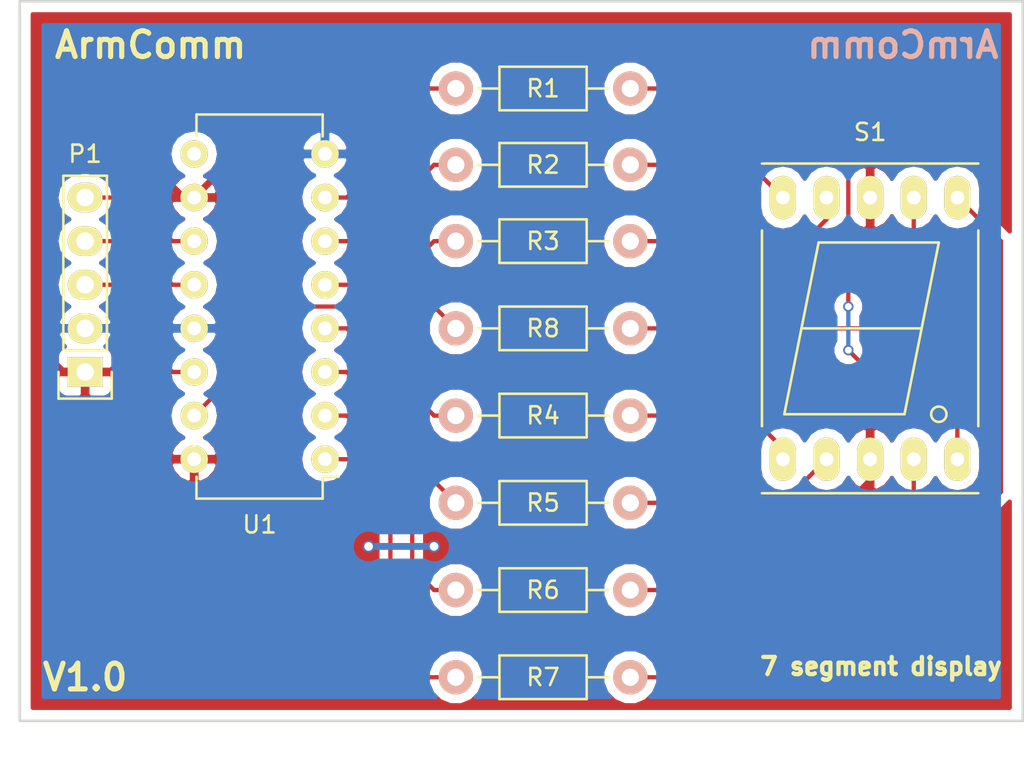
<source format=kicad_pcb>
(kicad_pcb (version 4) (host pcbnew 4.0.1-stable)

  (general
    (links 25)
    (no_connects 0)
    (area 107.821667 85.014999 167.715001 129.345)
    (thickness 1.6)
    (drawings 8)
    (tracks 103)
    (zones 0)
    (modules 11)
    (nets 23)
  )

  (page A4)
  (title_block
    (title "Seven Segment Display")
    (date 2016-01-09)
    (rev 1.0)
    (company ArmComm)
    (comment 1 "Arm Suwansiri")
  )

  (layers
    (0 F.Cu signal)
    (31 B.Cu signal)
    (32 B.Adhes user)
    (33 F.Adhes user)
    (34 B.Paste user)
    (35 F.Paste user)
    (36 B.SilkS user)
    (37 F.SilkS user)
    (38 B.Mask user)
    (39 F.Mask user)
    (40 Dwgs.User user)
    (41 Cmts.User user)
    (42 Eco1.User user)
    (43 Eco2.User user)
    (44 Edge.Cuts user)
    (45 Margin user)
    (46 B.CrtYd user)
    (47 F.CrtYd user)
    (48 B.Fab user)
    (49 F.Fab user)
  )

  (setup
    (last_trace_width 0.25)
    (trace_clearance 0.2)
    (zone_clearance 0.508)
    (zone_45_only no)
    (trace_min 0.2)
    (segment_width 0.2)
    (edge_width 0.15)
    (via_size 0.6)
    (via_drill 0.4)
    (via_min_size 0.4)
    (via_min_drill 0.3)
    (uvia_size 0.3)
    (uvia_drill 0.1)
    (uvias_allowed no)
    (uvia_min_size 0.2)
    (uvia_min_drill 0.1)
    (pcb_text_width 0.3)
    (pcb_text_size 1.5 1.5)
    (mod_edge_width 0.15)
    (mod_text_size 1 1)
    (mod_text_width 0.15)
    (pad_size 1.524 1.524)
    (pad_drill 0.762)
    (pad_to_mask_clearance 0.2)
    (aux_axis_origin 0 0)
    (visible_elements FFFFFF7F)
    (pcbplotparams
      (layerselection 0x00030_00000000)
      (usegerberextensions true)
      (excludeedgelayer true)
      (linewidth 0.100000)
      (plotframeref false)
      (viasonmask false)
      (mode 1)
      (useauxorigin false)
      (hpglpennumber 1)
      (hpglpenspeed 20)
      (hpglpendiameter 15)
      (hpglpenoverlay 2)
      (psnegative false)
      (psa4output false)
      (plotreference true)
      (plotvalue true)
      (plotinvisibletext false)
      (padsonsilk false)
      (subtractmaskfromsilk false)
      (outputformat 1)
      (mirror false)
      (drillshape 0)
      (scaleselection 1)
      (outputdirectory sevenSegmentGerber/))
  )

  (net 0 "")
  (net 1 VCC)
  (net 2 GND)
  (net 3 /LATCH)
  (net 4 /CLOCK)
  (net 5 /DATA)
  (net 6 /sg7)
  (net 7 "Net-(R1-Pad2)")
  (net 8 /sg6)
  (net 9 "Net-(R2-Pad2)")
  (net 10 /sg5)
  (net 11 "Net-(R3-Pad2)")
  (net 12 /sg4)
  (net 13 "Net-(R4-Pad2)")
  (net 14 /sg3)
  (net 15 "Net-(R5-Pad2)")
  (net 16 /sg2)
  (net 17 "Net-(R6-Pad2)")
  (net 18 /sg1)
  (net 19 "Net-(R7-Pad2)")
  (net 20 /sg0)
  (net 21 "Net-(R8-Pad2)")
  (net 22 "Net-(U1-Pad9)")

  (net_class Default "This is the default net class."
    (clearance 0.2)
    (trace_width 0.25)
    (via_dia 0.6)
    (via_drill 0.4)
    (uvia_dia 0.3)
    (uvia_drill 0.1)
    (add_net /CLOCK)
    (add_net /DATA)
    (add_net /LATCH)
    (add_net /sg0)
    (add_net /sg1)
    (add_net /sg2)
    (add_net /sg3)
    (add_net /sg4)
    (add_net /sg5)
    (add_net /sg6)
    (add_net /sg7)
    (add_net "Net-(R1-Pad2)")
    (add_net "Net-(R2-Pad2)")
    (add_net "Net-(R3-Pad2)")
    (add_net "Net-(R4-Pad2)")
    (add_net "Net-(R5-Pad2)")
    (add_net "Net-(R6-Pad2)")
    (add_net "Net-(R7-Pad2)")
    (add_net "Net-(R8-Pad2)")
    (add_net "Net-(U1-Pad9)")
  )

  (net_class Power ""
    (clearance 0.3)
    (trace_width 0.4)
    (via_dia 0.7)
    (via_drill 0.5)
    (uvia_dia 0.3)
    (uvia_drill 0.1)
    (add_net GND)
    (add_net VCC)
  )

  (module Pin_Headers:Pin_Header_Straight_1x05 (layer F.Cu) (tedit 57C95333) (tstamp 57C946F9)
    (at 113.03 106.68 180)
    (descr "Through hole pin header")
    (tags "pin header")
    (path /57B83F65)
    (fp_text reference P1 (at 0 12.7 180) (layer F.SilkS)
      (effects (font (size 1 1) (thickness 0.15)))
    )
    (fp_text value CONN_01X05 (at 0 -3.1 180) (layer F.Fab)
      (effects (font (size 1 1) (thickness 0.15)))
    )
    (fp_line (start -1.55 0) (end -1.55 -1.55) (layer F.SilkS) (width 0.15))
    (fp_line (start -1.55 -1.55) (end 1.55 -1.55) (layer F.SilkS) (width 0.15))
    (fp_line (start 1.55 -1.55) (end 1.55 0) (layer F.SilkS) (width 0.15))
    (fp_line (start -1.75 -1.75) (end -1.75 11.95) (layer F.CrtYd) (width 0.05))
    (fp_line (start 1.75 -1.75) (end 1.75 11.95) (layer F.CrtYd) (width 0.05))
    (fp_line (start -1.75 -1.75) (end 1.75 -1.75) (layer F.CrtYd) (width 0.05))
    (fp_line (start -1.75 11.95) (end 1.75 11.95) (layer F.CrtYd) (width 0.05))
    (fp_line (start 1.27 1.27) (end 1.27 11.43) (layer F.SilkS) (width 0.15))
    (fp_line (start 1.27 11.43) (end -1.27 11.43) (layer F.SilkS) (width 0.15))
    (fp_line (start -1.27 11.43) (end -1.27 1.27) (layer F.SilkS) (width 0.15))
    (fp_line (start 1.27 1.27) (end -1.27 1.27) (layer F.SilkS) (width 0.15))
    (pad 1 thru_hole rect (at 0 0 180) (size 2.032 1.7272) (drill 1.016) (layers *.Cu *.Mask F.SilkS)
      (net 1 VCC))
    (pad 2 thru_hole oval (at 0 2.54 180) (size 2.032 1.7272) (drill 1.016) (layers *.Cu *.Mask F.SilkS)
      (net 2 GND))
    (pad 3 thru_hole oval (at 0 5.08 180) (size 2.032 1.7272) (drill 1.016) (layers *.Cu *.Mask F.SilkS)
      (net 3 /LATCH))
    (pad 4 thru_hole oval (at 0 7.62 180) (size 2.032 1.7272) (drill 1.016) (layers *.Cu *.Mask F.SilkS)
      (net 4 /CLOCK))
    (pad 5 thru_hole oval (at 0 10.16 180) (size 2.032 1.7272) (drill 1.016) (layers *.Cu *.Mask F.SilkS)
      (net 5 /DATA))
    (model Pin_Headers.3dshapes/Pin_Header_Straight_1x05.wrl
      (at (xyz 0 -0.2 0))
      (scale (xyz 1 1 1))
      (rotate (xyz 0 0 90))
    )
  )

  (module Resistors_ThroughHole:Resistor_Horizontal_RM10mm (layer F.Cu) (tedit 57C95306) (tstamp 57C946FF)
    (at 134.62 90.17)
    (descr "Resistor, Axial,  RM 10mm, 1/3W")
    (tags "Resistor Axial RM 10mm 1/3W")
    (path /57B8402C)
    (fp_text reference R1 (at 5.08 0) (layer F.SilkS)
      (effects (font (size 1 1) (thickness 0.15)))
    )
    (fp_text value "220 Ohm" (at 5.08 3.81) (layer F.Fab)
      (effects (font (size 1 1) (thickness 0.15)))
    )
    (fp_line (start -1.25 -1.5) (end 11.4 -1.5) (layer F.CrtYd) (width 0.05))
    (fp_line (start -1.25 1.5) (end -1.25 -1.5) (layer F.CrtYd) (width 0.05))
    (fp_line (start 11.4 -1.5) (end 11.4 1.5) (layer F.CrtYd) (width 0.05))
    (fp_line (start -1.25 1.5) (end 11.4 1.5) (layer F.CrtYd) (width 0.05))
    (fp_line (start 2.54 -1.27) (end 7.62 -1.27) (layer F.SilkS) (width 0.15))
    (fp_line (start 7.62 -1.27) (end 7.62 1.27) (layer F.SilkS) (width 0.15))
    (fp_line (start 7.62 1.27) (end 2.54 1.27) (layer F.SilkS) (width 0.15))
    (fp_line (start 2.54 1.27) (end 2.54 -1.27) (layer F.SilkS) (width 0.15))
    (fp_line (start 2.54 0) (end 1.27 0) (layer F.SilkS) (width 0.15))
    (fp_line (start 7.62 0) (end 8.89 0) (layer F.SilkS) (width 0.15))
    (pad 1 thru_hole circle (at 0 0) (size 1.99898 1.99898) (drill 1.00076) (layers *.Cu *.SilkS *.Mask)
      (net 6 /sg7))
    (pad 2 thru_hole circle (at 10.16 0) (size 1.99898 1.99898) (drill 1.00076) (layers *.Cu *.SilkS *.Mask)
      (net 7 "Net-(R1-Pad2)"))
    (model Resistors_ThroughHole.3dshapes/Resistor_Horizontal_RM10mm.wrl
      (at (xyz 0.2 0 0))
      (scale (xyz 0.4 0.4 0.4))
      (rotate (xyz 0 0 0))
    )
  )

  (module Resistors_ThroughHole:Resistor_Horizontal_RM10mm (layer F.Cu) (tedit 57C95308) (tstamp 57C94705)
    (at 134.62 94.615)
    (descr "Resistor, Axial,  RM 10mm, 1/3W")
    (tags "Resistor Axial RM 10mm 1/3W")
    (path /57B843B3)
    (fp_text reference R2 (at 5.08 0) (layer F.SilkS)
      (effects (font (size 1 1) (thickness 0.15)))
    )
    (fp_text value "220 Ohm" (at 5.08 3.81) (layer F.Fab)
      (effects (font (size 1 1) (thickness 0.15)))
    )
    (fp_line (start -1.25 -1.5) (end 11.4 -1.5) (layer F.CrtYd) (width 0.05))
    (fp_line (start -1.25 1.5) (end -1.25 -1.5) (layer F.CrtYd) (width 0.05))
    (fp_line (start 11.4 -1.5) (end 11.4 1.5) (layer F.CrtYd) (width 0.05))
    (fp_line (start -1.25 1.5) (end 11.4 1.5) (layer F.CrtYd) (width 0.05))
    (fp_line (start 2.54 -1.27) (end 7.62 -1.27) (layer F.SilkS) (width 0.15))
    (fp_line (start 7.62 -1.27) (end 7.62 1.27) (layer F.SilkS) (width 0.15))
    (fp_line (start 7.62 1.27) (end 2.54 1.27) (layer F.SilkS) (width 0.15))
    (fp_line (start 2.54 1.27) (end 2.54 -1.27) (layer F.SilkS) (width 0.15))
    (fp_line (start 2.54 0) (end 1.27 0) (layer F.SilkS) (width 0.15))
    (fp_line (start 7.62 0) (end 8.89 0) (layer F.SilkS) (width 0.15))
    (pad 1 thru_hole circle (at 0 0) (size 1.99898 1.99898) (drill 1.00076) (layers *.Cu *.SilkS *.Mask)
      (net 8 /sg6))
    (pad 2 thru_hole circle (at 10.16 0) (size 1.99898 1.99898) (drill 1.00076) (layers *.Cu *.SilkS *.Mask)
      (net 9 "Net-(R2-Pad2)"))
    (model Resistors_ThroughHole.3dshapes/Resistor_Horizontal_RM10mm.wrl
      (at (xyz 0.2 0 0))
      (scale (xyz 0.4 0.4 0.4))
      (rotate (xyz 0 0 0))
    )
  )

  (module Resistors_ThroughHole:Resistor_Horizontal_RM10mm (layer F.Cu) (tedit 57C95303) (tstamp 57C9470B)
    (at 134.62 99.06)
    (descr "Resistor, Axial,  RM 10mm, 1/3W")
    (tags "Resistor Axial RM 10mm 1/3W")
    (path /57B843D8)
    (fp_text reference R3 (at 5.08 0) (layer F.SilkS)
      (effects (font (size 1 1) (thickness 0.15)))
    )
    (fp_text value "220 Ohm" (at 5.08 3.81) (layer F.Fab)
      (effects (font (size 1 1) (thickness 0.15)))
    )
    (fp_line (start -1.25 -1.5) (end 11.4 -1.5) (layer F.CrtYd) (width 0.05))
    (fp_line (start -1.25 1.5) (end -1.25 -1.5) (layer F.CrtYd) (width 0.05))
    (fp_line (start 11.4 -1.5) (end 11.4 1.5) (layer F.CrtYd) (width 0.05))
    (fp_line (start -1.25 1.5) (end 11.4 1.5) (layer F.CrtYd) (width 0.05))
    (fp_line (start 2.54 -1.27) (end 7.62 -1.27) (layer F.SilkS) (width 0.15))
    (fp_line (start 7.62 -1.27) (end 7.62 1.27) (layer F.SilkS) (width 0.15))
    (fp_line (start 7.62 1.27) (end 2.54 1.27) (layer F.SilkS) (width 0.15))
    (fp_line (start 2.54 1.27) (end 2.54 -1.27) (layer F.SilkS) (width 0.15))
    (fp_line (start 2.54 0) (end 1.27 0) (layer F.SilkS) (width 0.15))
    (fp_line (start 7.62 0) (end 8.89 0) (layer F.SilkS) (width 0.15))
    (pad 1 thru_hole circle (at 0 0) (size 1.99898 1.99898) (drill 1.00076) (layers *.Cu *.SilkS *.Mask)
      (net 10 /sg5))
    (pad 2 thru_hole circle (at 10.16 0) (size 1.99898 1.99898) (drill 1.00076) (layers *.Cu *.SilkS *.Mask)
      (net 11 "Net-(R3-Pad2)"))
    (model Resistors_ThroughHole.3dshapes/Resistor_Horizontal_RM10mm.wrl
      (at (xyz 0.2 0 0))
      (scale (xyz 0.4 0.4 0.4))
      (rotate (xyz 0 0 0))
    )
  )

  (module Resistors_ThroughHole:Resistor_Horizontal_RM10mm (layer F.Cu) (tedit 57C952F9) (tstamp 57C94711)
    (at 134.62 109.22)
    (descr "Resistor, Axial,  RM 10mm, 1/3W")
    (tags "Resistor Axial RM 10mm 1/3W")
    (path /57B843FE)
    (fp_text reference R4 (at 5.08 0) (layer F.SilkS)
      (effects (font (size 1 1) (thickness 0.15)))
    )
    (fp_text value "220 Ohm" (at 5.08 3.81) (layer F.Fab)
      (effects (font (size 1 1) (thickness 0.15)))
    )
    (fp_line (start -1.25 -1.5) (end 11.4 -1.5) (layer F.CrtYd) (width 0.05))
    (fp_line (start -1.25 1.5) (end -1.25 -1.5) (layer F.CrtYd) (width 0.05))
    (fp_line (start 11.4 -1.5) (end 11.4 1.5) (layer F.CrtYd) (width 0.05))
    (fp_line (start -1.25 1.5) (end 11.4 1.5) (layer F.CrtYd) (width 0.05))
    (fp_line (start 2.54 -1.27) (end 7.62 -1.27) (layer F.SilkS) (width 0.15))
    (fp_line (start 7.62 -1.27) (end 7.62 1.27) (layer F.SilkS) (width 0.15))
    (fp_line (start 7.62 1.27) (end 2.54 1.27) (layer F.SilkS) (width 0.15))
    (fp_line (start 2.54 1.27) (end 2.54 -1.27) (layer F.SilkS) (width 0.15))
    (fp_line (start 2.54 0) (end 1.27 0) (layer F.SilkS) (width 0.15))
    (fp_line (start 7.62 0) (end 8.89 0) (layer F.SilkS) (width 0.15))
    (pad 1 thru_hole circle (at 0 0) (size 1.99898 1.99898) (drill 1.00076) (layers *.Cu *.SilkS *.Mask)
      (net 12 /sg4))
    (pad 2 thru_hole circle (at 10.16 0) (size 1.99898 1.99898) (drill 1.00076) (layers *.Cu *.SilkS *.Mask)
      (net 13 "Net-(R4-Pad2)"))
    (model Resistors_ThroughHole.3dshapes/Resistor_Horizontal_RM10mm.wrl
      (at (xyz 0.2 0 0))
      (scale (xyz 0.4 0.4 0.4))
      (rotate (xyz 0 0 0))
    )
  )

  (module Resistors_ThroughHole:Resistor_Horizontal_RM10mm (layer F.Cu) (tedit 57C952F5) (tstamp 57C94717)
    (at 134.62 114.3)
    (descr "Resistor, Axial,  RM 10mm, 1/3W")
    (tags "Resistor Axial RM 10mm 1/3W")
    (path /57B8471D)
    (fp_text reference R5 (at 5.08 0) (layer F.SilkS)
      (effects (font (size 1 1) (thickness 0.15)))
    )
    (fp_text value "220 Ohm" (at 5.08 3.81) (layer F.Fab)
      (effects (font (size 1 1) (thickness 0.15)))
    )
    (fp_line (start -1.25 -1.5) (end 11.4 -1.5) (layer F.CrtYd) (width 0.05))
    (fp_line (start -1.25 1.5) (end -1.25 -1.5) (layer F.CrtYd) (width 0.05))
    (fp_line (start 11.4 -1.5) (end 11.4 1.5) (layer F.CrtYd) (width 0.05))
    (fp_line (start -1.25 1.5) (end 11.4 1.5) (layer F.CrtYd) (width 0.05))
    (fp_line (start 2.54 -1.27) (end 7.62 -1.27) (layer F.SilkS) (width 0.15))
    (fp_line (start 7.62 -1.27) (end 7.62 1.27) (layer F.SilkS) (width 0.15))
    (fp_line (start 7.62 1.27) (end 2.54 1.27) (layer F.SilkS) (width 0.15))
    (fp_line (start 2.54 1.27) (end 2.54 -1.27) (layer F.SilkS) (width 0.15))
    (fp_line (start 2.54 0) (end 1.27 0) (layer F.SilkS) (width 0.15))
    (fp_line (start 7.62 0) (end 8.89 0) (layer F.SilkS) (width 0.15))
    (pad 1 thru_hole circle (at 0 0) (size 1.99898 1.99898) (drill 1.00076) (layers *.Cu *.SilkS *.Mask)
      (net 14 /sg3))
    (pad 2 thru_hole circle (at 10.16 0) (size 1.99898 1.99898) (drill 1.00076) (layers *.Cu *.SilkS *.Mask)
      (net 15 "Net-(R5-Pad2)"))
    (model Resistors_ThroughHole.3dshapes/Resistor_Horizontal_RM10mm.wrl
      (at (xyz 0.2 0 0))
      (scale (xyz 0.4 0.4 0.4))
      (rotate (xyz 0 0 0))
    )
  )

  (module Resistors_ThroughHole:Resistor_Horizontal_RM10mm (layer F.Cu) (tedit 57C952F2) (tstamp 57C9471D)
    (at 134.62 119.38)
    (descr "Resistor, Axial,  RM 10mm, 1/3W")
    (tags "Resistor Axial RM 10mm 1/3W")
    (path /57B84723)
    (fp_text reference R6 (at 5.08 0) (layer F.SilkS)
      (effects (font (size 1 1) (thickness 0.15)))
    )
    (fp_text value "220 Ohm" (at 5.08 3.81) (layer F.Fab)
      (effects (font (size 1 1) (thickness 0.15)))
    )
    (fp_line (start -1.25 -1.5) (end 11.4 -1.5) (layer F.CrtYd) (width 0.05))
    (fp_line (start -1.25 1.5) (end -1.25 -1.5) (layer F.CrtYd) (width 0.05))
    (fp_line (start 11.4 -1.5) (end 11.4 1.5) (layer F.CrtYd) (width 0.05))
    (fp_line (start -1.25 1.5) (end 11.4 1.5) (layer F.CrtYd) (width 0.05))
    (fp_line (start 2.54 -1.27) (end 7.62 -1.27) (layer F.SilkS) (width 0.15))
    (fp_line (start 7.62 -1.27) (end 7.62 1.27) (layer F.SilkS) (width 0.15))
    (fp_line (start 7.62 1.27) (end 2.54 1.27) (layer F.SilkS) (width 0.15))
    (fp_line (start 2.54 1.27) (end 2.54 -1.27) (layer F.SilkS) (width 0.15))
    (fp_line (start 2.54 0) (end 1.27 0) (layer F.SilkS) (width 0.15))
    (fp_line (start 7.62 0) (end 8.89 0) (layer F.SilkS) (width 0.15))
    (pad 1 thru_hole circle (at 0 0) (size 1.99898 1.99898) (drill 1.00076) (layers *.Cu *.SilkS *.Mask)
      (net 16 /sg2))
    (pad 2 thru_hole circle (at 10.16 0) (size 1.99898 1.99898) (drill 1.00076) (layers *.Cu *.SilkS *.Mask)
      (net 17 "Net-(R6-Pad2)"))
    (model Resistors_ThroughHole.3dshapes/Resistor_Horizontal_RM10mm.wrl
      (at (xyz 0.2 0 0))
      (scale (xyz 0.4 0.4 0.4))
      (rotate (xyz 0 0 0))
    )
  )

  (module Resistors_ThroughHole:Resistor_Horizontal_RM10mm (layer F.Cu) (tedit 57C952E3) (tstamp 57C94723)
    (at 134.62 124.46)
    (descr "Resistor, Axial,  RM 10mm, 1/3W")
    (tags "Resistor Axial RM 10mm 1/3W")
    (path /57B84729)
    (fp_text reference R7 (at 5.08 0) (layer F.SilkS)
      (effects (font (size 1 1) (thickness 0.15)))
    )
    (fp_text value "220 Ohm" (at 5.08 3.81) (layer F.Fab)
      (effects (font (size 1 1) (thickness 0.15)))
    )
    (fp_line (start -1.25 -1.5) (end 11.4 -1.5) (layer F.CrtYd) (width 0.05))
    (fp_line (start -1.25 1.5) (end -1.25 -1.5) (layer F.CrtYd) (width 0.05))
    (fp_line (start 11.4 -1.5) (end 11.4 1.5) (layer F.CrtYd) (width 0.05))
    (fp_line (start -1.25 1.5) (end 11.4 1.5) (layer F.CrtYd) (width 0.05))
    (fp_line (start 2.54 -1.27) (end 7.62 -1.27) (layer F.SilkS) (width 0.15))
    (fp_line (start 7.62 -1.27) (end 7.62 1.27) (layer F.SilkS) (width 0.15))
    (fp_line (start 7.62 1.27) (end 2.54 1.27) (layer F.SilkS) (width 0.15))
    (fp_line (start 2.54 1.27) (end 2.54 -1.27) (layer F.SilkS) (width 0.15))
    (fp_line (start 2.54 0) (end 1.27 0) (layer F.SilkS) (width 0.15))
    (fp_line (start 7.62 0) (end 8.89 0) (layer F.SilkS) (width 0.15))
    (pad 1 thru_hole circle (at 0 0) (size 1.99898 1.99898) (drill 1.00076) (layers *.Cu *.SilkS *.Mask)
      (net 18 /sg1))
    (pad 2 thru_hole circle (at 10.16 0) (size 1.99898 1.99898) (drill 1.00076) (layers *.Cu *.SilkS *.Mask)
      (net 19 "Net-(R7-Pad2)"))
    (model Resistors_ThroughHole.3dshapes/Resistor_Horizontal_RM10mm.wrl
      (at (xyz 0.2 0 0))
      (scale (xyz 0.4 0.4 0.4))
      (rotate (xyz 0 0 0))
    )
  )

  (module Resistors_ThroughHole:Resistor_Horizontal_RM10mm (layer F.Cu) (tedit 57C95301) (tstamp 57C94729)
    (at 134.62 104.14)
    (descr "Resistor, Axial,  RM 10mm, 1/3W")
    (tags "Resistor Axial RM 10mm 1/3W")
    (path /57B8472F)
    (fp_text reference R8 (at 5.08 0) (layer F.SilkS)
      (effects (font (size 1 1) (thickness 0.15)))
    )
    (fp_text value "220 Ohm" (at 5.08 3.81) (layer F.Fab)
      (effects (font (size 1 1) (thickness 0.15)))
    )
    (fp_line (start -1.25 -1.5) (end 11.4 -1.5) (layer F.CrtYd) (width 0.05))
    (fp_line (start -1.25 1.5) (end -1.25 -1.5) (layer F.CrtYd) (width 0.05))
    (fp_line (start 11.4 -1.5) (end 11.4 1.5) (layer F.CrtYd) (width 0.05))
    (fp_line (start -1.25 1.5) (end 11.4 1.5) (layer F.CrtYd) (width 0.05))
    (fp_line (start 2.54 -1.27) (end 7.62 -1.27) (layer F.SilkS) (width 0.15))
    (fp_line (start 7.62 -1.27) (end 7.62 1.27) (layer F.SilkS) (width 0.15))
    (fp_line (start 7.62 1.27) (end 2.54 1.27) (layer F.SilkS) (width 0.15))
    (fp_line (start 2.54 1.27) (end 2.54 -1.27) (layer F.SilkS) (width 0.15))
    (fp_line (start 2.54 0) (end 1.27 0) (layer F.SilkS) (width 0.15))
    (fp_line (start 7.62 0) (end 8.89 0) (layer F.SilkS) (width 0.15))
    (pad 1 thru_hole circle (at 0 0) (size 1.99898 1.99898) (drill 1.00076) (layers *.Cu *.SilkS *.Mask)
      (net 20 /sg0))
    (pad 2 thru_hole circle (at 10.16 0) (size 1.99898 1.99898) (drill 1.00076) (layers *.Cu *.SilkS *.Mask)
      (net 21 "Net-(R8-Pad2)"))
    (model Resistors_ThroughHole.3dshapes/Resistor_Horizontal_RM10mm.wrl
      (at (xyz 0.2 0 0))
      (scale (xyz 0.4 0.4 0.4))
      (rotate (xyz 0 0 0))
    )
  )

  (module Displays_7-Segment:7SegmentLED_LTS6760_LTS6780 (layer F.Cu) (tedit 57C9532A) (tstamp 57C94737)
    (at 158.75 104.14)
    (path /57B83FA6)
    (fp_text reference S1 (at 0 -11.43) (layer F.SilkS)
      (effects (font (size 1 1) (thickness 0.15)))
    )
    (fp_text value 7SEGM (at -0.4 12) (layer F.Fab)
      (effects (font (size 1 1) (thickness 0.15)))
    )
    (fp_circle (center 4 5) (end 4.4 5.2) (layer F.SilkS) (width 0.15))
    (fp_line (start -3 -5) (end -4 0) (layer F.SilkS) (width 0.15))
    (fp_line (start -4 0) (end -5 5) (layer F.SilkS) (width 0.15))
    (fp_line (start -5 5) (end 2 5) (layer F.SilkS) (width 0.15))
    (fp_line (start 2 5) (end 3 0) (layer F.SilkS) (width 0.15))
    (fp_line (start 4 -5) (end 3 0) (layer F.SilkS) (width 0.15))
    (fp_line (start 3 0) (end -4 0) (layer F.SilkS) (width 0.15))
    (fp_line (start -3 -5) (end 4 -5) (layer F.SilkS) (width 0.15))
    (fp_line (start 6.3 9.6) (end -6.3 9.6) (layer F.SilkS) (width 0.15))
    (fp_line (start -6.3 -5.7) (end -6.3 5.7) (layer F.SilkS) (width 0.15))
    (fp_line (start 6.3 -5.7) (end 6.3 5.7) (layer F.SilkS) (width 0.15))
    (fp_line (start -6.3 -9.6) (end 6.3 -9.6) (layer F.SilkS) (width 0.15))
    (pad 1 thru_hole oval (at -5.08 7.62) (size 1.524 2.524) (drill 0.8) (layers *.Cu *.Mask F.SilkS)
      (net 13 "Net-(R4-Pad2)"))
    (pad 2 thru_hole oval (at -2.54 7.62) (size 1.524 2.524) (drill 0.8) (layers *.Cu *.Mask F.SilkS)
      (net 15 "Net-(R5-Pad2)"))
    (pad 3 thru_hole oval (at 0 7.62) (size 1.524 2.524) (drill 0.8) (layers *.Cu *.Mask F.SilkS)
      (net 1 VCC))
    (pad 4 thru_hole oval (at 2.54 7.62) (size 1.524 2.524) (drill 0.8) (layers *.Cu *.Mask F.SilkS)
      (net 17 "Net-(R6-Pad2)"))
    (pad 5 thru_hole oval (at 5.08 7.62) (size 1.524 2.524) (drill 0.8) (layers *.Cu *.Mask F.SilkS)
      (net 7 "Net-(R1-Pad2)"))
    (pad 6 thru_hole oval (at 5.08 -7.62) (size 1.524 2.524) (drill 0.8) (layers *.Cu *.Mask F.SilkS)
      (net 19 "Net-(R7-Pad2)"))
    (pad 7 thru_hole oval (at 2.54 -7.62) (size 1.524 2.524) (drill 0.8) (layers *.Cu *.Mask F.SilkS)
      (net 21 "Net-(R8-Pad2)"))
    (pad 8 thru_hole oval (at 0 -7.62) (size 1.524 2.524) (drill 0.8) (layers *.Cu *.Mask F.SilkS)
      (net 1 VCC))
    (pad 9 thru_hole oval (at -2.54 -7.62) (size 1.524 2.524) (drill 0.8) (layers *.Cu *.Mask F.SilkS)
      (net 11 "Net-(R3-Pad2)"))
    (pad 10 thru_hole oval (at -5.08 -7.62) (size 1.524 2.524) (drill 0.8) (layers *.Cu *.Mask F.SilkS)
      (net 9 "Net-(R2-Pad2)"))
    (model Displays_7-Segment.3dshapes/7SegmentLED_LTS6760_LTS6780.wrl
      (at (xyz 0 0 0))
      (scale (xyz 0.3937 0.3937 0.3937))
      (rotate (xyz 0 0 0))
    )
  )

  (module Housings_DIP:DIP-16_W7.62mm (layer F.Cu) (tedit 57C9532F) (tstamp 57C9474B)
    (at 127 111.76 180)
    (descr "16-lead dip package, row spacing 7.62 mm (300 mils)")
    (tags "dil dip 2.54 300")
    (path /57B83FDF)
    (fp_text reference U1 (at 3.81 -3.81 180) (layer F.SilkS)
      (effects (font (size 1 1) (thickness 0.15)))
    )
    (fp_text value 74HC595 (at 0 -3.72 180) (layer F.Fab)
      (effects (font (size 1 1) (thickness 0.15)))
    )
    (fp_line (start -1.05 -2.45) (end -1.05 20.25) (layer F.CrtYd) (width 0.05))
    (fp_line (start 8.65 -2.45) (end 8.65 20.25) (layer F.CrtYd) (width 0.05))
    (fp_line (start -1.05 -2.45) (end 8.65 -2.45) (layer F.CrtYd) (width 0.05))
    (fp_line (start -1.05 20.25) (end 8.65 20.25) (layer F.CrtYd) (width 0.05))
    (fp_line (start 0.135 -2.295) (end 0.135 -1.025) (layer F.SilkS) (width 0.15))
    (fp_line (start 7.485 -2.295) (end 7.485 -1.025) (layer F.SilkS) (width 0.15))
    (fp_line (start 7.485 20.075) (end 7.485 18.805) (layer F.SilkS) (width 0.15))
    (fp_line (start 0.135 20.075) (end 0.135 18.805) (layer F.SilkS) (width 0.15))
    (fp_line (start 0.135 -2.295) (end 7.485 -2.295) (layer F.SilkS) (width 0.15))
    (fp_line (start 0.135 20.075) (end 7.485 20.075) (layer F.SilkS) (width 0.15))
    (fp_line (start 0.135 -1.025) (end -0.8 -1.025) (layer F.SilkS) (width 0.15))
    (pad 1 thru_hole oval (at 0 0 180) (size 1.6 1.6) (drill 0.8) (layers *.Cu *.Mask F.SilkS)
      (net 18 /sg1))
    (pad 2 thru_hole oval (at 0 2.54 180) (size 1.6 1.6) (drill 0.8) (layers *.Cu *.Mask F.SilkS)
      (net 16 /sg2))
    (pad 3 thru_hole oval (at 0 5.08 180) (size 1.6 1.6) (drill 0.8) (layers *.Cu *.Mask F.SilkS)
      (net 14 /sg3))
    (pad 4 thru_hole oval (at 0 7.62 180) (size 1.6 1.6) (drill 0.8) (layers *.Cu *.Mask F.SilkS)
      (net 12 /sg4))
    (pad 5 thru_hole oval (at 0 10.16 180) (size 1.6 1.6) (drill 0.8) (layers *.Cu *.Mask F.SilkS)
      (net 10 /sg5))
    (pad 6 thru_hole oval (at 0 12.7 180) (size 1.6 1.6) (drill 0.8) (layers *.Cu *.Mask F.SilkS)
      (net 8 /sg6))
    (pad 7 thru_hole oval (at 0 15.24 180) (size 1.6 1.6) (drill 0.8) (layers *.Cu *.Mask F.SilkS)
      (net 6 /sg7))
    (pad 8 thru_hole oval (at 0 17.78 180) (size 1.6 1.6) (drill 0.8) (layers *.Cu *.Mask F.SilkS)
      (net 2 GND))
    (pad 9 thru_hole oval (at 7.62 17.78 180) (size 1.6 1.6) (drill 0.8) (layers *.Cu *.Mask F.SilkS)
      (net 22 "Net-(U1-Pad9)"))
    (pad 10 thru_hole oval (at 7.62 15.24 180) (size 1.6 1.6) (drill 0.8) (layers *.Cu *.Mask F.SilkS)
      (net 1 VCC))
    (pad 11 thru_hole oval (at 7.62 12.7 180) (size 1.6 1.6) (drill 0.8) (layers *.Cu *.Mask F.SilkS)
      (net 5 /DATA))
    (pad 12 thru_hole oval (at 7.62 10.16 180) (size 1.6 1.6) (drill 0.8) (layers *.Cu *.Mask F.SilkS)
      (net 4 /CLOCK))
    (pad 13 thru_hole oval (at 7.62 7.62 180) (size 1.6 1.6) (drill 0.8) (layers *.Cu *.Mask F.SilkS)
      (net 2 GND))
    (pad 14 thru_hole oval (at 7.62 5.08 180) (size 1.6 1.6) (drill 0.8) (layers *.Cu *.Mask F.SilkS)
      (net 3 /LATCH))
    (pad 15 thru_hole oval (at 7.62 2.54 180) (size 1.6 1.6) (drill 0.8) (layers *.Cu *.Mask F.SilkS)
      (net 20 /sg0))
    (pad 16 thru_hole oval (at 7.62 0 180) (size 1.6 1.6) (drill 0.8) (layers *.Cu *.Mask F.SilkS)
      (net 1 VCC))
    (model Housings_DIP.3dshapes/DIP-16_W7.62mm.wrl
      (at (xyz 0 0 0))
      (scale (xyz 1 1 1))
      (rotate (xyz 0 0 0))
    )
  )

  (gr_text ArmComm (at 160.655 87.63) (layer B.SilkS)
    (effects (font (size 1.5 1.5) (thickness 0.3)) (justify mirror))
  )
  (gr_text ArmComm (at 116.84 87.63) (layer F.SilkS)
    (effects (font (size 1.5 1.5) (thickness 0.3)))
  )
  (gr_text "7 segment display" (at 159.385 123.825) (layer F.SilkS)
    (effects (font (size 1 1) (thickness 0.25)))
  )
  (gr_text V1.0 (at 113.03 124.46) (layer F.SilkS)
    (effects (font (size 1.5 1.5) (thickness 0.3)))
  )
  (gr_line (start 167.64 127) (end 167.64 85.09) (angle 90) (layer Edge.Cuts) (width 0.15))
  (gr_line (start 109.22 127) (end 167.64 127) (angle 90) (layer Edge.Cuts) (width 0.15))
  (gr_line (start 109.22 85.09) (end 109.22 127) (angle 90) (layer Edge.Cuts) (width 0.15))
  (gr_line (start 167.64 85.09) (end 109.22 85.09) (angle 90) (layer Edge.Cuts) (width 0.15))

  (segment (start 158.75 111.76) (end 158.75 113.03) (width 0.4) (layer F.Cu) (net 1))
  (segment (start 113.03 114.935) (end 113.03 109.22) (width 0.4) (layer F.Cu) (net 1) (tstamp 57CA6E6B))
  (segment (start 114.935 116.84) (end 113.03 114.935) (width 0.4) (layer F.Cu) (net 1) (tstamp 57CA6E6A))
  (segment (start 129.54 116.84) (end 114.935 116.84) (width 0.4) (layer F.Cu) (net 1) (tstamp 57CA6E69))
  (via (at 129.54 116.84) (size 0.7) (drill 0.5) (layers F.Cu B.Cu) (net 1))
  (segment (start 133.35 116.84) (end 129.54 116.84) (width 0.4) (layer B.Cu) (net 1) (tstamp 57CA6E66))
  (via (at 133.35 116.84) (size 0.7) (drill 0.5) (layers F.Cu B.Cu) (net 1))
  (segment (start 154.94 116.84) (end 133.35 116.84) (width 0.4) (layer F.Cu) (net 1) (tstamp 57CA6E60))
  (segment (start 158.75 113.03) (end 154.94 116.84) (width 0.4) (layer F.Cu) (net 1) (tstamp 57CA6E5D))
  (segment (start 119.38 96.52) (end 118.745 96.52) (width 0.4) (layer F.Cu) (net 1))
  (segment (start 118.745 96.52) (end 116.205 93.98) (width 0.4) (layer F.Cu) (net 1) (tstamp 57CA697E))
  (segment (start 111.76 106.68) (end 113.03 106.68) (width 0.4) (layer F.Cu) (net 1) (tstamp 57CA6984))
  (segment (start 110.49 105.41) (end 111.76 106.68) (width 0.4) (layer F.Cu) (net 1) (tstamp 57CA6983))
  (segment (start 110.49 95.25) (end 110.49 105.41) (width 0.4) (layer F.Cu) (net 1) (tstamp 57CA6982))
  (segment (start 111.76 93.98) (end 110.49 95.25) (width 0.4) (layer F.Cu) (net 1) (tstamp 57CA6981))
  (segment (start 116.205 93.98) (end 111.76 93.98) (width 0.4) (layer F.Cu) (net 1) (tstamp 57CA697F))
  (segment (start 119.38 96.52) (end 124.46 91.44) (width 0.4) (layer F.Cu) (net 1))
  (segment (start 158.75 92.075) (end 158.75 96.52) (width 0.4) (layer F.Cu) (net 1) (tstamp 57C95A97))
  (segment (start 153.035 86.36) (end 158.75 92.075) (width 0.4) (layer F.Cu) (net 1) (tstamp 57C95A93))
  (segment (start 131.445 86.36) (end 153.035 86.36) (width 0.4) (layer F.Cu) (net 1) (tstamp 57C95A91))
  (segment (start 126.365 91.44) (end 131.445 86.36) (width 0.4) (layer F.Cu) (net 1) (tstamp 57C95A8C))
  (segment (start 124.46 91.44) (end 126.365 91.44) (width 0.4) (layer F.Cu) (net 1) (tstamp 57C95A87))
  (segment (start 113.03 109.22) (end 113.03 106.68) (width 0.4) (layer F.Cu) (net 1) (tstamp 57C95998))
  (segment (start 119.38 111.76) (end 115.57 111.76) (width 0.4) (layer F.Cu) (net 1))
  (segment (start 115.57 111.76) (end 113.03 109.22) (width 0.4) (layer F.Cu) (net 1) (tstamp 57C95994))
  (segment (start 127 93.98) (end 124.46 93.98) (width 0.4) (layer B.Cu) (net 2))
  (segment (start 121.92 104.14) (end 119.38 104.14) (width 0.4) (layer B.Cu) (net 2) (tstamp 57C958BD))
  (segment (start 123.19 102.87) (end 121.92 104.14) (width 0.4) (layer B.Cu) (net 2) (tstamp 57C958BC))
  (segment (start 123.19 95.25) (end 123.19 102.87) (width 0.4) (layer B.Cu) (net 2) (tstamp 57C958BA))
  (segment (start 124.46 93.98) (end 123.19 95.25) (width 0.4) (layer B.Cu) (net 2) (tstamp 57C958B8))
  (segment (start 119.38 104.14) (end 113.03 104.14) (width 0.4) (layer B.Cu) (net 2))
  (segment (start 118.11 106.68) (end 119.38 106.68) (width 0.25) (layer F.Cu) (net 3) (tstamp 57C95931))
  (segment (start 116.84 105.41) (end 118.11 106.68) (width 0.25) (layer F.Cu) (net 3) (tstamp 57C9592F))
  (segment (start 116.84 102.87) (end 116.84 105.41) (width 0.25) (layer F.Cu) (net 3) (tstamp 57C9592B))
  (segment (start 115.57 101.6) (end 116.84 102.87) (width 0.25) (layer F.Cu) (net 3) (tstamp 57C95925))
  (segment (start 113.03 101.6) (end 115.57 101.6) (width 0.25) (layer F.Cu) (net 3))
  (segment (start 118.11 101.6) (end 119.38 101.6) (width 0.25) (layer F.Cu) (net 4) (tstamp 57C95916))
  (segment (start 115.57 99.06) (end 118.11 101.6) (width 0.25) (layer F.Cu) (net 4) (tstamp 57C95913))
  (segment (start 113.03 99.06) (end 115.57 99.06) (width 0.25) (layer F.Cu) (net 4))
  (segment (start 113.03 96.52) (end 115.57 96.52) (width 0.25) (layer F.Cu) (net 5))
  (segment (start 118.11 99.06) (end 119.38 99.06) (width 0.25) (layer F.Cu) (net 5) (tstamp 57C9582A))
  (segment (start 115.57 96.52) (end 118.11 99.06) (width 0.25) (layer F.Cu) (net 5) (tstamp 57C95828))
  (segment (start 127 96.52) (end 128.27 96.52) (width 0.25) (layer F.Cu) (net 6))
  (segment (start 132.715 90.17) (end 134.62 90.17) (width 0.25) (layer F.Cu) (net 6) (tstamp 57CA6BCD))
  (segment (start 131.445 91.44) (end 132.715 90.17) (width 0.25) (layer F.Cu) (net 6) (tstamp 57CA6BCA))
  (segment (start 131.445 93.345) (end 131.445 91.44) (width 0.25) (layer F.Cu) (net 6) (tstamp 57CA6BC8))
  (segment (start 128.27 96.52) (end 131.445 93.345) (width 0.25) (layer F.Cu) (net 6) (tstamp 57CA6BC4))
  (segment (start 144.78 90.17) (end 154.305 90.17) (width 0.25) (layer F.Cu) (net 7))
  (segment (start 163.83 109.22) (end 163.83 111.76) (width 0.25) (layer F.Cu) (net 7) (tstamp 57CA6EC1))
  (segment (start 162.56 107.95) (end 163.83 109.22) (width 0.25) (layer F.Cu) (net 7) (tstamp 57CA6EBF))
  (segment (start 160.02 107.95) (end 162.56 107.95) (width 0.25) (layer F.Cu) (net 7) (tstamp 57CA6EBC))
  (segment (start 157.48 105.41) (end 160.02 107.95) (width 0.25) (layer F.Cu) (net 7) (tstamp 57CA6EBB))
  (via (at 157.48 105.41) (size 0.6) (drill 0.4) (layers F.Cu B.Cu) (net 7))
  (segment (start 157.48 102.87) (end 157.48 105.41) (width 0.25) (layer B.Cu) (net 7) (tstamp 57CA6EB8))
  (via (at 157.48 102.87) (size 0.6) (drill 0.4) (layers F.Cu B.Cu) (net 7))
  (segment (start 157.48 93.345) (end 157.48 102.87) (width 0.25) (layer F.Cu) (net 7) (tstamp 57CA6EB1))
  (segment (start 154.305 90.17) (end 157.48 93.345) (width 0.25) (layer F.Cu) (net 7) (tstamp 57CA6EA6))
  (segment (start 127 99.06) (end 128.905 99.06) (width 0.25) (layer F.Cu) (net 8))
  (segment (start 133.35 94.615) (end 134.62 94.615) (width 0.25) (layer F.Cu) (net 8) (tstamp 57CA6BBF))
  (segment (start 128.905 99.06) (end 133.35 94.615) (width 0.25) (layer F.Cu) (net 8) (tstamp 57CA6BBB))
  (segment (start 144.78 94.615) (end 151.765 94.615) (width 0.25) (layer F.Cu) (net 9))
  (segment (start 151.765 94.615) (end 153.67 96.52) (width 0.25) (layer F.Cu) (net 9) (tstamp 57CA6E9E))
  (segment (start 127 101.6) (end 130.81 101.6) (width 0.25) (layer F.Cu) (net 10))
  (segment (start 133.35 99.06) (end 134.62 99.06) (width 0.25) (layer F.Cu) (net 10) (tstamp 57CA6BB7))
  (segment (start 130.81 101.6) (end 133.35 99.06) (width 0.25) (layer F.Cu) (net 10) (tstamp 57CA6BB2))
  (segment (start 144.78 99.06) (end 154.94 99.06) (width 0.25) (layer F.Cu) (net 11))
  (segment (start 156.21 97.79) (end 156.21 96.52) (width 0.25) (layer F.Cu) (net 11) (tstamp 57CA6E9A))
  (segment (start 154.94 99.06) (end 156.21 97.79) (width 0.25) (layer F.Cu) (net 11) (tstamp 57CA6E91))
  (segment (start 127 104.14) (end 128.27 104.14) (width 0.25) (layer F.Cu) (net 12))
  (segment (start 133.35 109.22) (end 134.62 109.22) (width 0.25) (layer F.Cu) (net 12) (tstamp 57CA691F))
  (segment (start 128.27 104.14) (end 133.35 109.22) (width 0.25) (layer F.Cu) (net 12) (tstamp 57CA691A))
  (segment (start 144.78 109.22) (end 151.765 109.22) (width 0.25) (layer F.Cu) (net 13))
  (segment (start 151.765 109.22) (end 153.67 111.125) (width 0.25) (layer F.Cu) (net 13) (tstamp 57CA6C05))
  (segment (start 153.67 111.125) (end 153.67 111.76) (width 0.25) (layer F.Cu) (net 13) (tstamp 57CA6C07))
  (segment (start 127 106.68) (end 128.27 106.68) (width 0.25) (layer F.Cu) (net 14))
  (segment (start 133.35 113.03) (end 134.62 114.3) (width 0.25) (layer F.Cu) (net 14) (tstamp 57CA6911))
  (segment (start 133.35 111.76) (end 133.35 113.03) (width 0.25) (layer F.Cu) (net 14) (tstamp 57CA690C))
  (segment (start 128.27 106.68) (end 133.35 111.76) (width 0.25) (layer F.Cu) (net 14) (tstamp 57CA6907))
  (segment (start 144.78 114.3) (end 153.67 114.3) (width 0.25) (layer F.Cu) (net 15))
  (segment (start 153.67 114.3) (end 156.21 111.76) (width 0.25) (layer F.Cu) (net 15) (tstamp 57CA6BFA))
  (segment (start 127 109.22) (end 128.27 109.22) (width 0.25) (layer F.Cu) (net 16))
  (segment (start 133.35 119.38) (end 134.62 119.38) (width 0.25) (layer F.Cu) (net 16) (tstamp 57CA6903))
  (segment (start 132.08 118.11) (end 133.35 119.38) (width 0.25) (layer F.Cu) (net 16) (tstamp 57CA6901))
  (segment (start 132.08 113.03) (end 132.08 118.11) (width 0.25) (layer F.Cu) (net 16) (tstamp 57CA68FD))
  (segment (start 128.27 109.22) (end 132.08 113.03) (width 0.25) (layer F.Cu) (net 16) (tstamp 57CA68F7))
  (segment (start 144.78 119.38) (end 156.845 119.38) (width 0.25) (layer F.Cu) (net 17))
  (segment (start 161.29 114.935) (end 161.29 111.76) (width 0.25) (layer F.Cu) (net 17) (tstamp 57CA6BF6))
  (segment (start 156.845 119.38) (end 161.29 114.935) (width 0.25) (layer F.Cu) (net 17) (tstamp 57CA6BF0))
  (segment (start 127 111.76) (end 128.905 111.76) (width 0.25) (layer F.Cu) (net 18))
  (segment (start 132.08 124.46) (end 134.62 124.46) (width 0.25) (layer F.Cu) (net 18) (tstamp 57C95D34))
  (segment (start 130.81 123.19) (end 132.08 124.46) (width 0.25) (layer F.Cu) (net 18) (tstamp 57C95D32))
  (segment (start 130.81 113.665) (end 130.81 123.19) (width 0.25) (layer F.Cu) (net 18) (tstamp 57C95D30))
  (segment (start 128.905 111.76) (end 130.81 113.665) (width 0.25) (layer F.Cu) (net 18) (tstamp 57C95D2E))
  (segment (start 144.78 124.46) (end 155.575 124.46) (width 0.25) (layer F.Cu) (net 19))
  (segment (start 166.37 99.06) (end 163.83 96.52) (width 0.25) (layer F.Cu) (net 19) (tstamp 57CA6BE9))
  (segment (start 166.37 113.665) (end 166.37 99.06) (width 0.25) (layer F.Cu) (net 19) (tstamp 57CA6BE6))
  (segment (start 155.575 124.46) (end 166.37 113.665) (width 0.25) (layer F.Cu) (net 19) (tstamp 57CA6BE2))
  (segment (start 133.35 102.87) (end 134.62 104.14) (width 0.25) (layer F.Cu) (net 20) (tstamp 57CA698C))
  (segment (start 125.73 102.87) (end 133.35 102.87) (width 0.25) (layer F.Cu) (net 20) (tstamp 57CA698A))
  (segment (start 119.38 109.22) (end 125.73 102.87) (width 0.25) (layer F.Cu) (net 20))
  (segment (start 144.78 104.14) (end 158.75 104.14) (width 0.25) (layer F.Cu) (net 21))
  (segment (start 161.29 101.6) (end 161.29 96.52) (width 0.25) (layer F.Cu) (net 21) (tstamp 57CA6E88))
  (segment (start 158.75 104.14) (end 161.29 101.6) (width 0.25) (layer F.Cu) (net 21) (tstamp 57CA6E83))

  (zone (net 2) (net_name GND) (layer B.Cu) (tstamp 57CA71A5) (hatch edge 0.508)
    (connect_pads (clearance 0.508))
    (min_thickness 0.254)
    (fill yes (arc_segments 16) (thermal_gap 0.508) (thermal_bridge_width 0.508))
    (polygon
      (pts
        (xy 166.37 125.73) (xy 110.49 125.73) (xy 110.49 86.36) (xy 166.37 86.36) (xy 166.37 125.73)
      )
    )
    (filled_polygon
      (pts
        (xy 166.243 125.603) (xy 145.948542 125.603) (xy 146.164846 125.387073) (xy 146.414206 124.786547) (xy 146.414774 124.136306)
        (xy 146.166462 123.535345) (xy 145.707073 123.075154) (xy 145.106547 122.825794) (xy 144.456306 122.825226) (xy 143.855345 123.073538)
        (xy 143.395154 123.532927) (xy 143.145794 124.133453) (xy 143.145226 124.783694) (xy 143.393538 125.384655) (xy 143.611502 125.603)
        (xy 135.788542 125.603) (xy 136.004846 125.387073) (xy 136.254206 124.786547) (xy 136.254774 124.136306) (xy 136.006462 123.535345)
        (xy 135.547073 123.075154) (xy 134.946547 122.825794) (xy 134.296306 122.825226) (xy 133.695345 123.073538) (xy 133.235154 123.532927)
        (xy 132.985794 124.133453) (xy 132.985226 124.783694) (xy 133.233538 125.384655) (xy 133.451502 125.603) (xy 110.617 125.603)
        (xy 110.617 119.703694) (xy 132.985226 119.703694) (xy 133.233538 120.304655) (xy 133.692927 120.764846) (xy 134.293453 121.014206)
        (xy 134.943694 121.014774) (xy 135.544655 120.766462) (xy 136.004846 120.307073) (xy 136.254206 119.706547) (xy 136.254208 119.703694)
        (xy 143.145226 119.703694) (xy 143.393538 120.304655) (xy 143.852927 120.764846) (xy 144.453453 121.014206) (xy 145.103694 121.014774)
        (xy 145.704655 120.766462) (xy 146.164846 120.307073) (xy 146.414206 119.706547) (xy 146.414774 119.056306) (xy 146.166462 118.455345)
        (xy 145.707073 117.995154) (xy 145.106547 117.745794) (xy 144.456306 117.745226) (xy 143.855345 117.993538) (xy 143.395154 118.452927)
        (xy 143.145794 119.053453) (xy 143.145226 119.703694) (xy 136.254208 119.703694) (xy 136.254774 119.056306) (xy 136.006462 118.455345)
        (xy 135.547073 117.995154) (xy 134.946547 117.745794) (xy 134.296306 117.745226) (xy 133.695345 117.993538) (xy 133.235154 118.452927)
        (xy 132.985794 119.053453) (xy 132.985226 119.703694) (xy 110.617 119.703694) (xy 110.617 117.035069) (xy 128.55483 117.035069)
        (xy 128.704471 117.397229) (xy 128.981314 117.674555) (xy 129.343212 117.824828) (xy 129.735069 117.82517) (xy 130.097229 117.675529)
        (xy 130.097759 117.675) (xy 132.792386 117.675) (xy 133.153212 117.824828) (xy 133.545069 117.82517) (xy 133.907229 117.675529)
        (xy 134.184555 117.398686) (xy 134.334828 117.036788) (xy 134.33517 116.644931) (xy 134.185529 116.282771) (xy 133.908686 116.005445)
        (xy 133.546788 115.855172) (xy 133.154931 115.85483) (xy 132.792771 116.004471) (xy 132.792241 116.005) (xy 130.097614 116.005)
        (xy 129.736788 115.855172) (xy 129.344931 115.85483) (xy 128.982771 116.004471) (xy 128.705445 116.281314) (xy 128.555172 116.643212)
        (xy 128.55483 117.035069) (xy 110.617 117.035069) (xy 110.617 114.623694) (xy 132.985226 114.623694) (xy 133.233538 115.224655)
        (xy 133.692927 115.684846) (xy 134.293453 115.934206) (xy 134.943694 115.934774) (xy 135.544655 115.686462) (xy 136.004846 115.227073)
        (xy 136.254206 114.626547) (xy 136.254208 114.623694) (xy 143.145226 114.623694) (xy 143.393538 115.224655) (xy 143.852927 115.684846)
        (xy 144.453453 115.934206) (xy 145.103694 115.934774) (xy 145.704655 115.686462) (xy 146.164846 115.227073) (xy 146.414206 114.626547)
        (xy 146.414774 113.976306) (xy 146.166462 113.375345) (xy 145.707073 112.915154) (xy 145.106547 112.665794) (xy 144.456306 112.665226)
        (xy 143.855345 112.913538) (xy 143.395154 113.372927) (xy 143.145794 113.973453) (xy 143.145226 114.623694) (xy 136.254208 114.623694)
        (xy 136.254774 113.976306) (xy 136.006462 113.375345) (xy 135.547073 112.915154) (xy 134.946547 112.665794) (xy 134.296306 112.665226)
        (xy 133.695345 112.913538) (xy 133.235154 113.372927) (xy 132.985794 113.973453) (xy 132.985226 114.623694) (xy 110.617 114.623694)
        (xy 110.617 105.8164) (xy 111.36656 105.8164) (xy 111.36656 107.5436) (xy 111.410838 107.778917) (xy 111.54991 107.995041)
        (xy 111.76211 108.140031) (xy 112.014 108.19104) (xy 114.046 108.19104) (xy 114.281317 108.146762) (xy 114.497441 108.00769)
        (xy 114.642431 107.79549) (xy 114.69344 107.5436) (xy 114.69344 106.68) (xy 117.916887 106.68) (xy 118.02612 107.229151)
        (xy 118.337189 107.694698) (xy 118.719275 107.95) (xy 118.337189 108.205302) (xy 118.02612 108.670849) (xy 117.916887 109.22)
        (xy 118.02612 109.769151) (xy 118.337189 110.234698) (xy 118.719275 110.49) (xy 118.337189 110.745302) (xy 118.02612 111.210849)
        (xy 117.916887 111.76) (xy 118.02612 112.309151) (xy 118.337189 112.774698) (xy 118.802736 113.085767) (xy 119.351887 113.195)
        (xy 119.408113 113.195) (xy 119.957264 113.085767) (xy 120.422811 112.774698) (xy 120.73388 112.309151) (xy 120.843113 111.76)
        (xy 120.73388 111.210849) (xy 120.422811 110.745302) (xy 120.040725 110.49) (xy 120.422811 110.234698) (xy 120.73388 109.769151)
        (xy 120.843113 109.22) (xy 120.73388 108.670849) (xy 120.422811 108.205302) (xy 120.040725 107.95) (xy 120.422811 107.694698)
        (xy 120.73388 107.229151) (xy 120.843113 106.68) (xy 120.73388 106.130849) (xy 120.422811 105.665302) (xy 120.018297 105.395014)
        (xy 120.235134 105.292389) (xy 120.611041 104.877423) (xy 120.771904 104.489039) (xy 120.649915 104.267) (xy 119.507 104.267)
        (xy 119.507 104.287) (xy 119.253 104.287) (xy 119.253 104.267) (xy 118.110085 104.267) (xy 117.988096 104.489039)
        (xy 118.148959 104.877423) (xy 118.524866 105.292389) (xy 118.741703 105.395014) (xy 118.337189 105.665302) (xy 118.02612 106.130849)
        (xy 117.916887 106.68) (xy 114.69344 106.68) (xy 114.69344 105.8164) (xy 114.649162 105.581083) (xy 114.51009 105.364959)
        (xy 114.29789 105.219969) (xy 114.203073 105.200768) (xy 114.380732 105.042036) (xy 114.634709 104.514791) (xy 114.637358 104.499026)
        (xy 114.516217 104.267) (xy 113.157 104.267) (xy 113.157 104.287) (xy 112.903 104.287) (xy 112.903 104.267)
        (xy 111.543783 104.267) (xy 111.422642 104.499026) (xy 111.425291 104.514791) (xy 111.679268 105.042036) (xy 111.854845 105.198907)
        (xy 111.778683 105.213238) (xy 111.562559 105.35231) (xy 111.417569 105.56451) (xy 111.36656 105.8164) (xy 110.617 105.8164)
        (xy 110.617 96.52) (xy 111.346655 96.52) (xy 111.460729 97.093489) (xy 111.785585 97.57967) (xy 112.100366 97.79)
        (xy 111.785585 98.00033) (xy 111.460729 98.486511) (xy 111.346655 99.06) (xy 111.460729 99.633489) (xy 111.785585 100.11967)
        (xy 112.100366 100.33) (xy 111.785585 100.54033) (xy 111.460729 101.026511) (xy 111.346655 101.6) (xy 111.460729 102.173489)
        (xy 111.785585 102.65967) (xy 112.095069 102.866461) (xy 111.679268 103.237964) (xy 111.425291 103.765209) (xy 111.422642 103.780974)
        (xy 111.543783 104.013) (xy 112.903 104.013) (xy 112.903 103.993) (xy 113.157 103.993) (xy 113.157 104.013)
        (xy 114.516217 104.013) (xy 114.637358 103.780974) (xy 114.634709 103.765209) (xy 114.380732 103.237964) (xy 113.964931 102.866461)
        (xy 114.274415 102.65967) (xy 114.599271 102.173489) (xy 114.713345 101.6) (xy 114.599271 101.026511) (xy 114.274415 100.54033)
        (xy 113.959634 100.33) (xy 114.274415 100.11967) (xy 114.599271 99.633489) (xy 114.713345 99.06) (xy 114.599271 98.486511)
        (xy 114.274415 98.00033) (xy 113.959634 97.79) (xy 114.274415 97.57967) (xy 114.599271 97.093489) (xy 114.713345 96.52)
        (xy 114.599271 95.946511) (xy 114.274415 95.46033) (xy 113.788234 95.135474) (xy 113.214745 95.0214) (xy 112.845255 95.0214)
        (xy 112.271766 95.135474) (xy 111.785585 95.46033) (xy 111.460729 95.946511) (xy 111.346655 96.52) (xy 110.617 96.52)
        (xy 110.617 93.98) (xy 117.916887 93.98) (xy 118.02612 94.529151) (xy 118.337189 94.994698) (xy 118.719275 95.25)
        (xy 118.337189 95.505302) (xy 118.02612 95.970849) (xy 117.916887 96.52) (xy 118.02612 97.069151) (xy 118.337189 97.534698)
        (xy 118.719275 97.79) (xy 118.337189 98.045302) (xy 118.02612 98.510849) (xy 117.916887 99.06) (xy 118.02612 99.609151)
        (xy 118.337189 100.074698) (xy 118.719275 100.33) (xy 118.337189 100.585302) (xy 118.02612 101.050849) (xy 117.916887 101.6)
        (xy 118.02612 102.149151) (xy 118.337189 102.614698) (xy 118.741703 102.884986) (xy 118.524866 102.987611) (xy 118.148959 103.402577)
        (xy 117.988096 103.790961) (xy 118.110085 104.013) (xy 119.253 104.013) (xy 119.253 103.993) (xy 119.507 103.993)
        (xy 119.507 104.013) (xy 120.649915 104.013) (xy 120.771904 103.790961) (xy 120.611041 103.402577) (xy 120.235134 102.987611)
        (xy 120.018297 102.884986) (xy 120.422811 102.614698) (xy 120.73388 102.149151) (xy 120.843113 101.6) (xy 120.73388 101.050849)
        (xy 120.422811 100.585302) (xy 120.040725 100.33) (xy 120.422811 100.074698) (xy 120.73388 99.609151) (xy 120.843113 99.06)
        (xy 120.73388 98.510849) (xy 120.422811 98.045302) (xy 120.040725 97.79) (xy 120.422811 97.534698) (xy 120.73388 97.069151)
        (xy 120.843113 96.52) (xy 125.536887 96.52) (xy 125.64612 97.069151) (xy 125.957189 97.534698) (xy 126.339275 97.79)
        (xy 125.957189 98.045302) (xy 125.64612 98.510849) (xy 125.536887 99.06) (xy 125.64612 99.609151) (xy 125.957189 100.074698)
        (xy 126.339275 100.33) (xy 125.957189 100.585302) (xy 125.64612 101.050849) (xy 125.536887 101.6) (xy 125.64612 102.149151)
        (xy 125.957189 102.614698) (xy 126.339275 102.87) (xy 125.957189 103.125302) (xy 125.64612 103.590849) (xy 125.536887 104.14)
        (xy 125.64612 104.689151) (xy 125.957189 105.154698) (xy 126.339275 105.41) (xy 125.957189 105.665302) (xy 125.64612 106.130849)
        (xy 125.536887 106.68) (xy 125.64612 107.229151) (xy 125.957189 107.694698) (xy 126.339275 107.95) (xy 125.957189 108.205302)
        (xy 125.64612 108.670849) (xy 125.536887 109.22) (xy 125.64612 109.769151) (xy 125.957189 110.234698) (xy 126.339275 110.49)
        (xy 125.957189 110.745302) (xy 125.64612 111.210849) (xy 125.536887 111.76) (xy 125.64612 112.309151) (xy 125.957189 112.774698)
        (xy 126.422736 113.085767) (xy 126.971887 113.195) (xy 127.028113 113.195) (xy 127.577264 113.085767) (xy 128.042811 112.774698)
        (xy 128.35388 112.309151) (xy 128.463113 111.76) (xy 128.356265 111.222836) (xy 152.273 111.222836) (xy 152.273 112.297164)
        (xy 152.37934 112.831773) (xy 152.682172 113.284992) (xy 153.135391 113.587824) (xy 153.67 113.694164) (xy 154.204609 113.587824)
        (xy 154.657828 113.284992) (xy 154.94 112.862693) (xy 155.222172 113.284992) (xy 155.675391 113.587824) (xy 156.21 113.694164)
        (xy 156.744609 113.587824) (xy 157.197828 113.284992) (xy 157.48 112.862693) (xy 157.762172 113.284992) (xy 158.215391 113.587824)
        (xy 158.75 113.694164) (xy 159.284609 113.587824) (xy 159.737828 113.284992) (xy 160.02 112.862693) (xy 160.302172 113.284992)
        (xy 160.755391 113.587824) (xy 161.29 113.694164) (xy 161.824609 113.587824) (xy 162.277828 113.284992) (xy 162.56 112.862693)
        (xy 162.842172 113.284992) (xy 163.295391 113.587824) (xy 163.83 113.694164) (xy 164.364609 113.587824) (xy 164.817828 113.284992)
        (xy 165.12066 112.831773) (xy 165.227 112.297164) (xy 165.227 111.222836) (xy 165.12066 110.688227) (xy 164.817828 110.235008)
        (xy 164.364609 109.932176) (xy 163.83 109.825836) (xy 163.295391 109.932176) (xy 162.842172 110.235008) (xy 162.56 110.657307)
        (xy 162.277828 110.235008) (xy 161.824609 109.932176) (xy 161.29 109.825836) (xy 160.755391 109.932176) (xy 160.302172 110.235008)
        (xy 160.02 110.657307) (xy 159.737828 110.235008) (xy 159.284609 109.932176) (xy 158.75 109.825836) (xy 158.215391 109.932176)
        (xy 157.762172 110.235008) (xy 157.48 110.657307) (xy 157.197828 110.235008) (xy 156.744609 109.932176) (xy 156.21 109.825836)
        (xy 155.675391 109.932176) (xy 155.222172 110.235008) (xy 154.94 110.657307) (xy 154.657828 110.235008) (xy 154.204609 109.932176)
        (xy 153.67 109.825836) (xy 153.135391 109.932176) (xy 152.682172 110.235008) (xy 152.37934 110.688227) (xy 152.273 111.222836)
        (xy 128.356265 111.222836) (xy 128.35388 111.210849) (xy 128.042811 110.745302) (xy 127.660725 110.49) (xy 128.042811 110.234698)
        (xy 128.35388 109.769151) (xy 128.398726 109.543694) (xy 132.985226 109.543694) (xy 133.233538 110.144655) (xy 133.692927 110.604846)
        (xy 134.293453 110.854206) (xy 134.943694 110.854774) (xy 135.544655 110.606462) (xy 136.004846 110.147073) (xy 136.254206 109.546547)
        (xy 136.254208 109.543694) (xy 143.145226 109.543694) (xy 143.393538 110.144655) (xy 143.852927 110.604846) (xy 144.453453 110.854206)
        (xy 145.103694 110.854774) (xy 145.704655 110.606462) (xy 146.164846 110.147073) (xy 146.414206 109.546547) (xy 146.414774 108.896306)
        (xy 146.166462 108.295345) (xy 145.707073 107.835154) (xy 145.106547 107.585794) (xy 144.456306 107.585226) (xy 143.855345 107.833538)
        (xy 143.395154 108.292927) (xy 143.145794 108.893453) (xy 143.145226 109.543694) (xy 136.254208 109.543694) (xy 136.254774 108.896306)
        (xy 136.006462 108.295345) (xy 135.547073 107.835154) (xy 134.946547 107.585794) (xy 134.296306 107.585226) (xy 133.695345 107.833538)
        (xy 133.235154 108.292927) (xy 132.985794 108.893453) (xy 132.985226 109.543694) (xy 128.398726 109.543694) (xy 128.463113 109.22)
        (xy 128.35388 108.670849) (xy 128.042811 108.205302) (xy 127.660725 107.95) (xy 128.042811 107.694698) (xy 128.35388 107.229151)
        (xy 128.463113 106.68) (xy 128.35388 106.130849) (xy 128.042811 105.665302) (xy 127.660725 105.41) (xy 128.042811 105.154698)
        (xy 128.35388 104.689151) (xy 128.398726 104.463694) (xy 132.985226 104.463694) (xy 133.233538 105.064655) (xy 133.692927 105.524846)
        (xy 134.293453 105.774206) (xy 134.943694 105.774774) (xy 135.544655 105.526462) (xy 136.004846 105.067073) (xy 136.254206 104.466547)
        (xy 136.254208 104.463694) (xy 143.145226 104.463694) (xy 143.393538 105.064655) (xy 143.852927 105.524846) (xy 144.453453 105.774206)
        (xy 145.103694 105.774774) (xy 145.704655 105.526462) (xy 146.164846 105.067073) (xy 146.414206 104.466547) (xy 146.414774 103.816306)
        (xy 146.166462 103.215345) (xy 146.006564 103.055167) (xy 156.544838 103.055167) (xy 156.686883 103.398943) (xy 156.72 103.432118)
        (xy 156.72 104.847537) (xy 156.687808 104.879673) (xy 156.545162 105.223201) (xy 156.544838 105.595167) (xy 156.686883 105.938943)
        (xy 156.949673 106.202192) (xy 157.293201 106.344838) (xy 157.665167 106.345162) (xy 158.008943 106.203117) (xy 158.272192 105.940327)
        (xy 158.414838 105.596799) (xy 158.415162 105.224833) (xy 158.273117 104.881057) (xy 158.24 104.847882) (xy 158.24 103.432463)
        (xy 158.272192 103.400327) (xy 158.414838 103.056799) (xy 158.415162 102.684833) (xy 158.273117 102.341057) (xy 158.010327 102.077808)
        (xy 157.666799 101.935162) (xy 157.294833 101.934838) (xy 156.951057 102.076883) (xy 156.687808 102.339673) (xy 156.545162 102.683201)
        (xy 156.544838 103.055167) (xy 146.006564 103.055167) (xy 145.707073 102.755154) (xy 145.106547 102.505794) (xy 144.456306 102.505226)
        (xy 143.855345 102.753538) (xy 143.395154 103.212927) (xy 143.145794 103.813453) (xy 143.145226 104.463694) (xy 136.254208 104.463694)
        (xy 136.254774 103.816306) (xy 136.006462 103.215345) (xy 135.547073 102.755154) (xy 134.946547 102.505794) (xy 134.296306 102.505226)
        (xy 133.695345 102.753538) (xy 133.235154 103.212927) (xy 132.985794 103.813453) (xy 132.985226 104.463694) (xy 128.398726 104.463694)
        (xy 128.463113 104.14) (xy 128.35388 103.590849) (xy 128.042811 103.125302) (xy 127.660725 102.87) (xy 128.042811 102.614698)
        (xy 128.35388 102.149151) (xy 128.463113 101.6) (xy 128.35388 101.050849) (xy 128.042811 100.585302) (xy 127.660725 100.33)
        (xy 128.042811 100.074698) (xy 128.35388 99.609151) (xy 128.398726 99.383694) (xy 132.985226 99.383694) (xy 133.233538 99.984655)
        (xy 133.692927 100.444846) (xy 134.293453 100.694206) (xy 134.943694 100.694774) (xy 135.544655 100.446462) (xy 136.004846 99.987073)
        (xy 136.254206 99.386547) (xy 136.254208 99.383694) (xy 143.145226 99.383694) (xy 143.393538 99.984655) (xy 143.852927 100.444846)
        (xy 144.453453 100.694206) (xy 145.103694 100.694774) (xy 145.704655 100.446462) (xy 146.164846 99.987073) (xy 146.414206 99.386547)
        (xy 146.414774 98.736306) (xy 146.166462 98.135345) (xy 145.707073 97.675154) (xy 145.106547 97.425794) (xy 144.456306 97.425226)
        (xy 143.855345 97.673538) (xy 143.395154 98.132927) (xy 143.145794 98.733453) (xy 143.145226 99.383694) (xy 136.254208 99.383694)
        (xy 136.254774 98.736306) (xy 136.006462 98.135345) (xy 135.547073 97.675154) (xy 134.946547 97.425794) (xy 134.296306 97.425226)
        (xy 133.695345 97.673538) (xy 133.235154 98.132927) (xy 132.985794 98.733453) (xy 132.985226 99.383694) (xy 128.398726 99.383694)
        (xy 128.463113 99.06) (xy 128.35388 98.510849) (xy 128.042811 98.045302) (xy 127.660725 97.79) (xy 128.042811 97.534698)
        (xy 128.35388 97.069151) (xy 128.463113 96.52) (xy 128.35388 95.970849) (xy 128.042811 95.505302) (xy 127.638297 95.235014)
        (xy 127.855134 95.132389) (xy 128.030597 94.938694) (xy 132.985226 94.938694) (xy 133.233538 95.539655) (xy 133.692927 95.999846)
        (xy 134.293453 96.249206) (xy 134.943694 96.249774) (xy 135.544655 96.001462) (xy 136.004846 95.542073) (xy 136.254206 94.941547)
        (xy 136.254208 94.938694) (xy 143.145226 94.938694) (xy 143.393538 95.539655) (xy 143.852927 95.999846) (xy 144.453453 96.249206)
        (xy 145.103694 96.249774) (xy 145.704655 96.001462) (xy 145.723313 95.982836) (xy 152.273 95.982836) (xy 152.273 97.057164)
        (xy 152.37934 97.591773) (xy 152.682172 98.044992) (xy 153.135391 98.347824) (xy 153.67 98.454164) (xy 154.204609 98.347824)
        (xy 154.657828 98.044992) (xy 154.94 97.622693) (xy 155.222172 98.044992) (xy 155.675391 98.347824) (xy 156.21 98.454164)
        (xy 156.744609 98.347824) (xy 157.197828 98.044992) (xy 157.48 97.622693) (xy 157.762172 98.044992) (xy 158.215391 98.347824)
        (xy 158.75 98.454164) (xy 159.284609 98.347824) (xy 159.737828 98.044992) (xy 160.02 97.622693) (xy 160.302172 98.044992)
        (xy 160.755391 98.347824) (xy 161.29 98.454164) (xy 161.824609 98.347824) (xy 162.277828 98.044992) (xy 162.56 97.622693)
        (xy 162.842172 98.044992) (xy 163.295391 98.347824) (xy 163.83 98.454164) (xy 164.364609 98.347824) (xy 164.817828 98.044992)
        (xy 165.12066 97.591773) (xy 165.227 97.057164) (xy 165.227 95.982836) (xy 165.12066 95.448227) (xy 164.817828 94.995008)
        (xy 164.364609 94.692176) (xy 163.83 94.585836) (xy 163.295391 94.692176) (xy 162.842172 94.995008) (xy 162.56 95.417307)
        (xy 162.277828 94.995008) (xy 161.824609 94.692176) (xy 161.29 94.585836) (xy 160.755391 94.692176) (xy 160.302172 94.995008)
        (xy 160.02 95.417307) (xy 159.737828 94.995008) (xy 159.284609 94.692176) (xy 158.75 94.585836) (xy 158.215391 94.692176)
        (xy 157.762172 94.995008) (xy 157.48 95.417307) (xy 157.197828 94.995008) (xy 156.744609 94.692176) (xy 156.21 94.585836)
        (xy 155.675391 94.692176) (xy 155.222172 94.995008) (xy 154.94 95.417307) (xy 154.657828 94.995008) (xy 154.204609 94.692176)
        (xy 153.67 94.585836) (xy 153.135391 94.692176) (xy 152.682172 94.995008) (xy 152.37934 95.448227) (xy 152.273 95.982836)
        (xy 145.723313 95.982836) (xy 146.164846 95.542073) (xy 146.414206 94.941547) (xy 146.414774 94.291306) (xy 146.166462 93.690345)
        (xy 145.707073 93.230154) (xy 145.106547 92.980794) (xy 144.456306 92.980226) (xy 143.855345 93.228538) (xy 143.395154 93.687927)
        (xy 143.145794 94.288453) (xy 143.145226 94.938694) (xy 136.254208 94.938694) (xy 136.254774 94.291306) (xy 136.006462 93.690345)
        (xy 135.547073 93.230154) (xy 134.946547 92.980794) (xy 134.296306 92.980226) (xy 133.695345 93.228538) (xy 133.235154 93.687927)
        (xy 132.985794 94.288453) (xy 132.985226 94.938694) (xy 128.030597 94.938694) (xy 128.231041 94.717423) (xy 128.391904 94.329039)
        (xy 128.269915 94.107) (xy 127.127 94.107) (xy 127.127 94.127) (xy 126.873 94.127) (xy 126.873 94.107)
        (xy 125.730085 94.107) (xy 125.608096 94.329039) (xy 125.768959 94.717423) (xy 126.144866 95.132389) (xy 126.361703 95.235014)
        (xy 125.957189 95.505302) (xy 125.64612 95.970849) (xy 125.536887 96.52) (xy 120.843113 96.52) (xy 120.73388 95.970849)
        (xy 120.422811 95.505302) (xy 120.040725 95.25) (xy 120.422811 94.994698) (xy 120.73388 94.529151) (xy 120.843113 93.98)
        (xy 120.773685 93.630961) (xy 125.608096 93.630961) (xy 125.730085 93.853) (xy 126.873 93.853) (xy 126.873 92.709371)
        (xy 127.127 92.709371) (xy 127.127 93.853) (xy 128.269915 93.853) (xy 128.391904 93.630961) (xy 128.231041 93.242577)
        (xy 127.855134 92.827611) (xy 127.349041 92.588086) (xy 127.127 92.709371) (xy 126.873 92.709371) (xy 126.650959 92.588086)
        (xy 126.144866 92.827611) (xy 125.768959 93.242577) (xy 125.608096 93.630961) (xy 120.773685 93.630961) (xy 120.73388 93.430849)
        (xy 120.422811 92.965302) (xy 119.957264 92.654233) (xy 119.408113 92.545) (xy 119.351887 92.545) (xy 118.802736 92.654233)
        (xy 118.337189 92.965302) (xy 118.02612 93.430849) (xy 117.916887 93.98) (xy 110.617 93.98) (xy 110.617 90.493694)
        (xy 132.985226 90.493694) (xy 133.233538 91.094655) (xy 133.692927 91.554846) (xy 134.293453 91.804206) (xy 134.943694 91.804774)
        (xy 135.544655 91.556462) (xy 136.004846 91.097073) (xy 136.254206 90.496547) (xy 136.254208 90.493694) (xy 143.145226 90.493694)
        (xy 143.393538 91.094655) (xy 143.852927 91.554846) (xy 144.453453 91.804206) (xy 145.103694 91.804774) (xy 145.704655 91.556462)
        (xy 146.164846 91.097073) (xy 146.414206 90.496547) (xy 146.414774 89.846306) (xy 146.166462 89.245345) (xy 145.707073 88.785154)
        (xy 145.106547 88.535794) (xy 144.456306 88.535226) (xy 143.855345 88.783538) (xy 143.395154 89.242927) (xy 143.145794 89.843453)
        (xy 143.145226 90.493694) (xy 136.254208 90.493694) (xy 136.254774 89.846306) (xy 136.006462 89.245345) (xy 135.547073 88.785154)
        (xy 134.946547 88.535794) (xy 134.296306 88.535226) (xy 133.695345 88.783538) (xy 133.235154 89.242927) (xy 132.985794 89.843453)
        (xy 132.985226 90.493694) (xy 110.617 90.493694) (xy 110.617 86.487) (xy 166.243 86.487)
      )
    )
  )
  (zone (net 1) (net_name VCC) (layer F.Cu) (tstamp 57CA71E4) (hatch edge 0.508)
    (connect_pads (clearance 0.508))
    (min_thickness 0.254)
    (fill yes (arc_segments 16) (thermal_gap 0.508) (thermal_bridge_width 0.508))
    (polygon
      (pts
        (xy 167.005 126.365) (xy 109.855 126.365) (xy 109.855 85.725) (xy 167.005 85.725) (xy 167.005 126.365)
      )
    )
    (filled_polygon
      (pts
        (xy 166.878 98.493198) (xy 165.227 96.842198) (xy 165.227 95.982836) (xy 165.12066 95.448227) (xy 164.817828 94.995008)
        (xy 164.364609 94.692176) (xy 163.83 94.585836) (xy 163.295391 94.692176) (xy 162.842172 94.995008) (xy 162.56 95.417307)
        (xy 162.277828 94.995008) (xy 161.824609 94.692176) (xy 161.29 94.585836) (xy 160.755391 94.692176) (xy 160.302172 94.995008)
        (xy 160.010702 95.431222) (xy 159.992059 95.368059) (xy 159.648026 94.94237) (xy 159.167277 94.68074) (xy 159.09307 94.66578)
        (xy 158.877 94.78828) (xy 158.877 96.393) (xy 158.897 96.393) (xy 158.897 96.647) (xy 158.877 96.647)
        (xy 158.877 98.25172) (xy 159.09307 98.37422) (xy 159.167277 98.35926) (xy 159.648026 98.09763) (xy 159.992059 97.671941)
        (xy 160.010702 97.608778) (xy 160.302172 98.044992) (xy 160.53 98.197222) (xy 160.53 101.285198) (xy 158.435198 103.38)
        (xy 158.280633 103.38) (xy 158.414838 103.056799) (xy 158.415162 102.684833) (xy 158.273117 102.341057) (xy 158.24 102.307882)
        (xy 158.24 98.308799) (xy 158.332723 98.35926) (xy 158.40693 98.37422) (xy 158.623 98.25172) (xy 158.623 96.647)
        (xy 158.603 96.647) (xy 158.603 96.393) (xy 158.623 96.393) (xy 158.623 94.78828) (xy 158.40693 94.66578)
        (xy 158.332723 94.68074) (xy 158.24 94.731201) (xy 158.24 93.345) (xy 158.182148 93.054161) (xy 158.017401 92.807599)
        (xy 154.842401 89.632599) (xy 154.595839 89.467852) (xy 154.305 89.41) (xy 146.234496 89.41) (xy 146.166462 89.245345)
        (xy 145.707073 88.785154) (xy 145.106547 88.535794) (xy 144.456306 88.535226) (xy 143.855345 88.783538) (xy 143.395154 89.242927)
        (xy 143.145794 89.843453) (xy 143.145226 90.493694) (xy 143.393538 91.094655) (xy 143.852927 91.554846) (xy 144.453453 91.804206)
        (xy 145.103694 91.804774) (xy 145.704655 91.556462) (xy 146.164846 91.097073) (xy 146.234221 90.93) (xy 153.990198 90.93)
        (xy 156.72 93.659802) (xy 156.72 94.687281) (xy 156.21 94.585836) (xy 155.675391 94.692176) (xy 155.222172 94.995008)
        (xy 154.94 95.417307) (xy 154.657828 94.995008) (xy 154.204609 94.692176) (xy 153.67 94.585836) (xy 153.135391 94.692176)
        (xy 153.004462 94.77966) (xy 152.302401 94.077599) (xy 152.055839 93.912852) (xy 151.765 93.855) (xy 146.234496 93.855)
        (xy 146.166462 93.690345) (xy 145.707073 93.230154) (xy 145.106547 92.980794) (xy 144.456306 92.980226) (xy 143.855345 93.228538)
        (xy 143.395154 93.687927) (xy 143.145794 94.288453) (xy 143.145226 94.938694) (xy 143.393538 95.539655) (xy 143.852927 95.999846)
        (xy 144.453453 96.249206) (xy 145.103694 96.249774) (xy 145.704655 96.001462) (xy 146.164846 95.542073) (xy 146.234221 95.375)
        (xy 151.450198 95.375) (xy 152.273 96.197802) (xy 152.273 97.057164) (xy 152.37934 97.591773) (xy 152.682172 98.044992)
        (xy 153.063818 98.3) (xy 146.234496 98.3) (xy 146.166462 98.135345) (xy 145.707073 97.675154) (xy 145.106547 97.425794)
        (xy 144.456306 97.425226) (xy 143.855345 97.673538) (xy 143.395154 98.132927) (xy 143.145794 98.733453) (xy 143.145226 99.383694)
        (xy 143.393538 99.984655) (xy 143.852927 100.444846) (xy 144.453453 100.694206) (xy 145.103694 100.694774) (xy 145.704655 100.446462)
        (xy 146.164846 99.987073) (xy 146.234221 99.82) (xy 154.94 99.82) (xy 155.230839 99.762148) (xy 155.477401 99.597401)
        (xy 156.72 98.354802) (xy 156.72 102.307537) (xy 156.687808 102.339673) (xy 156.545162 102.683201) (xy 156.544838 103.055167)
        (xy 156.679056 103.38) (xy 146.234496 103.38) (xy 146.166462 103.215345) (xy 145.707073 102.755154) (xy 145.106547 102.505794)
        (xy 144.456306 102.505226) (xy 143.855345 102.753538) (xy 143.395154 103.212927) (xy 143.145794 103.813453) (xy 143.145226 104.463694)
        (xy 143.393538 105.064655) (xy 143.852927 105.524846) (xy 144.453453 105.774206) (xy 145.103694 105.774774) (xy 145.704655 105.526462)
        (xy 146.164846 105.067073) (xy 146.234221 104.9) (xy 156.679367 104.9) (xy 156.545162 105.223201) (xy 156.544838 105.595167)
        (xy 156.686883 105.938943) (xy 156.949673 106.202192) (xy 157.293201 106.344838) (xy 157.340077 106.344879) (xy 159.482599 108.487401)
        (xy 159.72916 108.652148) (xy 159.777414 108.661746) (xy 160.02 108.71) (xy 162.245198 108.71) (xy 163.07 109.534802)
        (xy 163.07 110.082778) (xy 162.842172 110.235008) (xy 162.56 110.657307) (xy 162.277828 110.235008) (xy 161.824609 109.932176)
        (xy 161.29 109.825836) (xy 160.755391 109.932176) (xy 160.302172 110.235008) (xy 160.010702 110.671222) (xy 159.992059 110.608059)
        (xy 159.648026 110.18237) (xy 159.167277 109.92074) (xy 159.09307 109.90578) (xy 158.877 110.02828) (xy 158.877 111.633)
        (xy 158.897 111.633) (xy 158.897 111.887) (xy 158.877 111.887) (xy 158.877 113.49172) (xy 159.09307 113.61422)
        (xy 159.167277 113.59926) (xy 159.648026 113.33763) (xy 159.992059 112.911941) (xy 160.010702 112.848778) (xy 160.302172 113.284992)
        (xy 160.53 113.437222) (xy 160.53 114.620198) (xy 156.530198 118.62) (xy 146.234496 118.62) (xy 146.166462 118.455345)
        (xy 145.707073 117.995154) (xy 145.106547 117.745794) (xy 144.456306 117.745226) (xy 143.855345 117.993538) (xy 143.395154 118.452927)
        (xy 143.145794 119.053453) (xy 143.145226 119.703694) (xy 143.393538 120.304655) (xy 143.852927 120.764846) (xy 144.453453 121.014206)
        (xy 145.103694 121.014774) (xy 145.704655 120.766462) (xy 146.164846 120.307073) (xy 146.234221 120.14) (xy 156.845 120.14)
        (xy 157.135839 120.082148) (xy 157.382401 119.917401) (xy 161.827401 115.472401) (xy 161.992148 115.22584) (xy 162.05 114.935)
        (xy 162.05 113.437222) (xy 162.277828 113.284992) (xy 162.56 112.862693) (xy 162.842172 113.284992) (xy 163.295391 113.587824)
        (xy 163.83 113.694164) (xy 164.364609 113.587824) (xy 164.817828 113.284992) (xy 165.12066 112.831773) (xy 165.227 112.297164)
        (xy 165.227 111.222836) (xy 165.12066 110.688227) (xy 164.817828 110.235008) (xy 164.59 110.082778) (xy 164.59 109.22)
        (xy 164.532148 108.929161) (xy 164.532148 108.92916) (xy 164.367401 108.682599) (xy 163.097401 107.412599) (xy 162.850839 107.247852)
        (xy 162.56 107.19) (xy 160.334802 107.19) (xy 158.415122 105.27032) (xy 158.415162 105.224833) (xy 158.280944 104.9)
        (xy 158.75 104.9) (xy 159.040839 104.842148) (xy 159.287401 104.677401) (xy 161.827401 102.137401) (xy 161.992148 101.89084)
        (xy 162.001746 101.842586) (xy 162.05 101.6) (xy 162.05 98.197222) (xy 162.277828 98.044992) (xy 162.56 97.622693)
        (xy 162.842172 98.044992) (xy 163.295391 98.347824) (xy 163.83 98.454164) (xy 164.364609 98.347824) (xy 164.495538 98.26034)
        (xy 165.61 99.374802) (xy 165.61 113.350198) (xy 155.260198 123.7) (xy 146.234496 123.7) (xy 146.166462 123.535345)
        (xy 145.707073 123.075154) (xy 145.106547 122.825794) (xy 144.456306 122.825226) (xy 143.855345 123.073538) (xy 143.395154 123.532927)
        (xy 143.145794 124.133453) (xy 143.145226 124.783694) (xy 143.393538 125.384655) (xy 143.852927 125.844846) (xy 144.453453 126.094206)
        (xy 145.103694 126.094774) (xy 145.704655 125.846462) (xy 146.164846 125.387073) (xy 146.234221 125.22) (xy 155.575 125.22)
        (xy 155.865839 125.162148) (xy 156.112401 124.997401) (xy 166.878 114.231802) (xy 166.878 126.238) (xy 109.982 126.238)
        (xy 109.982 112.109039) (xy 117.988096 112.109039) (xy 118.148959 112.497423) (xy 118.524866 112.912389) (xy 119.030959 113.151914)
        (xy 119.253 113.030629) (xy 119.253 111.887) (xy 119.507 111.887) (xy 119.507 113.030629) (xy 119.729041 113.151914)
        (xy 120.235134 112.912389) (xy 120.611041 112.497423) (xy 120.771904 112.109039) (xy 120.649915 111.887) (xy 119.507 111.887)
        (xy 119.253 111.887) (xy 118.110085 111.887) (xy 117.988096 112.109039) (xy 109.982 112.109039) (xy 109.982 106.96575)
        (xy 111.379 106.96575) (xy 111.379 107.66991) (xy 111.475673 107.903299) (xy 111.654302 108.081927) (xy 111.887691 108.1786)
        (xy 112.74425 108.1786) (xy 112.903 108.01985) (xy 112.903 106.807) (xy 113.157 106.807) (xy 113.157 108.01985)
        (xy 113.31575 108.1786) (xy 114.172309 108.1786) (xy 114.405698 108.081927) (xy 114.584327 107.903299) (xy 114.681 107.66991)
        (xy 114.681 106.96575) (xy 114.52225 106.807) (xy 113.157 106.807) (xy 112.903 106.807) (xy 111.53775 106.807)
        (xy 111.379 106.96575) (xy 109.982 106.96575) (xy 109.982 96.52) (xy 111.346655 96.52) (xy 111.460729 97.093489)
        (xy 111.785585 97.57967) (xy 112.100366 97.79) (xy 111.785585 98.00033) (xy 111.460729 98.486511) (xy 111.346655 99.06)
        (xy 111.460729 99.633489) (xy 111.785585 100.11967) (xy 112.100366 100.33) (xy 111.785585 100.54033) (xy 111.460729 101.026511)
        (xy 111.346655 101.6) (xy 111.460729 102.173489) (xy 111.785585 102.65967) (xy 112.100366 102.87) (xy 111.785585 103.08033)
        (xy 111.460729 103.566511) (xy 111.346655 104.14) (xy 111.460729 104.713489) (xy 111.785585 105.19967) (xy 111.80778 105.2145)
        (xy 111.654302 105.278073) (xy 111.475673 105.456701) (xy 111.379 105.69009) (xy 111.379 106.39425) (xy 111.53775 106.553)
        (xy 112.903 106.553) (xy 112.903 106.533) (xy 113.157 106.533) (xy 113.157 106.553) (xy 114.52225 106.553)
        (xy 114.681 106.39425) (xy 114.681 105.69009) (xy 114.584327 105.456701) (xy 114.405698 105.278073) (xy 114.25222 105.2145)
        (xy 114.274415 105.19967) (xy 114.599271 104.713489) (xy 114.713345 104.14) (xy 114.599271 103.566511) (xy 114.274415 103.08033)
        (xy 113.959634 102.87) (xy 114.274415 102.65967) (xy 114.474648 102.36) (xy 115.255198 102.36) (xy 116.08 103.184802)
        (xy 116.08 105.41) (xy 116.137852 105.700839) (xy 116.302599 105.947401) (xy 117.572599 107.217401) (xy 117.81916 107.382148)
        (xy 118.11 107.44) (xy 118.167005 107.44) (xy 118.337189 107.694698) (xy 118.719275 107.95) (xy 118.337189 108.205302)
        (xy 118.02612 108.670849) (xy 117.916887 109.22) (xy 118.02612 109.769151) (xy 118.337189 110.234698) (xy 118.741703 110.504986)
        (xy 118.524866 110.607611) (xy 118.148959 111.022577) (xy 117.988096 111.410961) (xy 118.110085 111.633) (xy 119.253 111.633)
        (xy 119.253 111.613) (xy 119.507 111.613) (xy 119.507 111.633) (xy 120.649915 111.633) (xy 120.771904 111.410961)
        (xy 120.611041 111.022577) (xy 120.235134 110.607611) (xy 120.018297 110.504986) (xy 120.422811 110.234698) (xy 120.73388 109.769151)
        (xy 120.843113 109.22) (xy 120.778688 108.896114) (xy 125.537405 104.137397) (xy 125.536887 104.14) (xy 125.64612 104.689151)
        (xy 125.957189 105.154698) (xy 126.339275 105.41) (xy 125.957189 105.665302) (xy 125.64612 106.130849) (xy 125.536887 106.68)
        (xy 125.64612 107.229151) (xy 125.957189 107.694698) (xy 126.339275 107.95) (xy 125.957189 108.205302) (xy 125.64612 108.670849)
        (xy 125.536887 109.22) (xy 125.64612 109.769151) (xy 125.957189 110.234698) (xy 126.339275 110.49) (xy 125.957189 110.745302)
        (xy 125.64612 111.210849) (xy 125.536887 111.76) (xy 125.64612 112.309151) (xy 125.957189 112.774698) (xy 126.422736 113.085767)
        (xy 126.971887 113.195) (xy 127.028113 113.195) (xy 127.577264 113.085767) (xy 128.042811 112.774698) (xy 128.212995 112.52)
        (xy 128.590198 112.52) (xy 130.05 113.979802) (xy 130.05 123.19) (xy 130.107852 123.480839) (xy 130.272599 123.727401)
        (xy 131.542599 124.997401) (xy 131.78916 125.162148) (xy 132.08 125.22) (xy 133.165504 125.22) (xy 133.233538 125.384655)
        (xy 133.692927 125.844846) (xy 134.293453 126.094206) (xy 134.943694 126.094774) (xy 135.544655 125.846462) (xy 136.004846 125.387073)
        (xy 136.254206 124.786547) (xy 136.254774 124.136306) (xy 136.006462 123.535345) (xy 135.547073 123.075154) (xy 134.946547 122.825794)
        (xy 134.296306 122.825226) (xy 133.695345 123.073538) (xy 133.235154 123.532927) (xy 133.165779 123.7) (xy 132.394802 123.7)
        (xy 131.57 122.875198) (xy 131.57 118.674802) (xy 132.812599 119.917401) (xy 133.05916 120.082148) (xy 133.148982 120.100015)
        (xy 133.233538 120.304655) (xy 133.692927 120.764846) (xy 134.293453 121.014206) (xy 134.943694 121.014774) (xy 135.544655 120.766462)
        (xy 136.004846 120.307073) (xy 136.254206 119.706547) (xy 136.254774 119.056306) (xy 136.006462 118.455345) (xy 135.547073 117.995154)
        (xy 134.946547 117.745794) (xy 134.296306 117.745226) (xy 133.695345 117.993538) (xy 133.366556 118.321754) (xy 132.84 117.795198)
        (xy 132.84 113.594802) (xy 133.054115 113.808917) (xy 132.985794 113.973453) (xy 132.985226 114.623694) (xy 133.233538 115.224655)
        (xy 133.692927 115.684846) (xy 134.293453 115.934206) (xy 134.943694 115.934774) (xy 135.544655 115.686462) (xy 136.004846 115.227073)
        (xy 136.254206 114.626547) (xy 136.254774 113.976306) (xy 136.006462 113.375345) (xy 135.547073 112.915154) (xy 134.946547 112.665794)
        (xy 134.296306 112.665226) (xy 134.129111 112.734309) (xy 134.11 112.715198) (xy 134.11 111.76) (xy 134.052148 111.469161)
        (xy 133.887401 111.222599) (xy 128.807401 106.142599) (xy 128.560839 105.977852) (xy 128.27 105.92) (xy 128.212995 105.92)
        (xy 128.042811 105.665302) (xy 127.660725 105.41) (xy 128.042811 105.154698) (xy 128.109736 105.054538) (xy 132.812599 109.757401)
        (xy 133.059161 109.922148) (xy 133.148982 109.940015) (xy 133.233538 110.144655) (xy 133.692927 110.604846) (xy 134.293453 110.854206)
        (xy 134.943694 110.854774) (xy 135.544655 110.606462) (xy 136.004846 110.147073) (xy 136.254206 109.546547) (xy 136.254208 109.543694)
        (xy 143.145226 109.543694) (xy 143.393538 110.144655) (xy 143.852927 110.604846) (xy 144.453453 110.854206) (xy 145.103694 110.854774)
        (xy 145.704655 110.606462) (xy 146.164846 110.147073) (xy 146.234221 109.98) (xy 151.450198 109.98) (xy 152.342688 110.87249)
        (xy 152.273 111.222836) (xy 152.273 112.297164) (xy 152.37934 112.831773) (xy 152.682172 113.284992) (xy 153.063818 113.54)
        (xy 146.234496 113.54) (xy 146.166462 113.375345) (xy 145.707073 112.915154) (xy 145.106547 112.665794) (xy 144.456306 112.665226)
        (xy 143.855345 112.913538) (xy 143.395154 113.372927) (xy 143.145794 113.973453) (xy 143.145226 114.623694) (xy 143.393538 115.224655)
        (xy 143.852927 115.684846) (xy 144.453453 115.934206) (xy 145.103694 115.934774) (xy 145.704655 115.686462) (xy 146.164846 115.227073)
        (xy 146.234221 115.06) (xy 153.67 115.06) (xy 153.960839 115.002148) (xy 154.207401 114.837401) (xy 155.544462 113.50034)
        (xy 155.675391 113.587824) (xy 156.21 113.694164) (xy 156.744609 113.587824) (xy 157.197828 113.284992) (xy 157.489298 112.848778)
        (xy 157.507941 112.911941) (xy 157.851974 113.33763) (xy 158.332723 113.59926) (xy 158.40693 113.61422) (xy 158.623 113.49172)
        (xy 158.623 111.887) (xy 158.603 111.887) (xy 158.603 111.633) (xy 158.623 111.633) (xy 158.623 110.02828)
        (xy 158.40693 109.90578) (xy 158.332723 109.92074) (xy 157.851974 110.18237) (xy 157.507941 110.608059) (xy 157.489298 110.671222)
        (xy 157.197828 110.235008) (xy 156.744609 109.932176) (xy 156.21 109.825836) (xy 155.675391 109.932176) (xy 155.222172 110.235008)
        (xy 154.94 110.657307) (xy 154.657828 110.235008) (xy 154.204609 109.932176) (xy 153.67 109.825836) (xy 153.482862 109.86306)
        (xy 152.302401 108.682599) (xy 152.055839 108.517852) (xy 151.765 108.46) (xy 146.234496 108.46) (xy 146.166462 108.295345)
        (xy 145.707073 107.835154) (xy 145.106547 107.585794) (xy 144.456306 107.585226) (xy 143.855345 107.833538) (xy 143.395154 108.292927)
        (xy 143.145794 108.893453) (xy 143.145226 109.543694) (xy 136.254208 109.543694) (xy 136.254774 108.896306) (xy 136.006462 108.295345)
        (xy 135.547073 107.835154) (xy 134.946547 107.585794) (xy 134.296306 107.585226) (xy 133.695345 107.833538) (xy 133.366556 108.161754)
        (xy 128.834802 103.63) (xy 133.035198 103.63) (xy 133.054115 103.648917) (xy 132.985794 103.813453) (xy 132.985226 104.463694)
        (xy 133.233538 105.064655) (xy 133.692927 105.524846) (xy 134.293453 105.774206) (xy 134.943694 105.774774) (xy 135.544655 105.526462)
        (xy 136.004846 105.067073) (xy 136.254206 104.466547) (xy 136.254774 103.816306) (xy 136.006462 103.215345) (xy 135.547073 102.755154)
        (xy 134.946547 102.505794) (xy 134.296306 102.505226) (xy 134.129111 102.574309) (xy 133.887401 102.332599) (xy 133.640839 102.167852)
        (xy 133.35 102.11) (xy 131.374802 102.11) (xy 133.366726 100.118076) (xy 133.692927 100.444846) (xy 134.293453 100.694206)
        (xy 134.943694 100.694774) (xy 135.544655 100.446462) (xy 136.004846 99.987073) (xy 136.254206 99.386547) (xy 136.254774 98.736306)
        (xy 136.006462 98.135345) (xy 135.547073 97.675154) (xy 134.946547 97.425794) (xy 134.296306 97.425226) (xy 133.695345 97.673538)
        (xy 133.235154 98.132927) (xy 133.149193 98.339943) (xy 133.109575 98.347824) (xy 133.05916 98.357852) (xy 132.812599 98.522599)
        (xy 130.495198 100.84) (xy 128.212995 100.84) (xy 128.042811 100.585302) (xy 127.660725 100.33) (xy 128.042811 100.074698)
        (xy 128.212995 99.82) (xy 128.905 99.82) (xy 129.195839 99.762148) (xy 129.442401 99.597401) (xy 133.366726 95.673076)
        (xy 133.692927 95.999846) (xy 134.293453 96.249206) (xy 134.943694 96.249774) (xy 135.544655 96.001462) (xy 136.004846 95.542073)
        (xy 136.254206 94.941547) (xy 136.254774 94.291306) (xy 136.006462 93.690345) (xy 135.547073 93.230154) (xy 134.946547 92.980794)
        (xy 134.296306 92.980226) (xy 133.695345 93.228538) (xy 133.235154 93.687927) (xy 133.149193 93.894943) (xy 133.05916 93.912852)
        (xy 132.812599 94.077599) (xy 128.590198 98.3) (xy 128.212995 98.3) (xy 128.042811 98.045302) (xy 127.660725 97.79)
        (xy 128.042811 97.534698) (xy 128.212995 97.28) (xy 128.27 97.28) (xy 128.560839 97.222148) (xy 128.807401 97.057401)
        (xy 131.982401 93.882401) (xy 132.147148 93.635839) (xy 132.205 93.345) (xy 132.205 91.754802) (xy 133.029802 90.93)
        (xy 133.165504 90.93) (xy 133.233538 91.094655) (xy 133.692927 91.554846) (xy 134.293453 91.804206) (xy 134.943694 91.804774)
        (xy 135.544655 91.556462) (xy 136.004846 91.097073) (xy 136.254206 90.496547) (xy 136.254774 89.846306) (xy 136.006462 89.245345)
        (xy 135.547073 88.785154) (xy 134.946547 88.535794) (xy 134.296306 88.535226) (xy 133.695345 88.783538) (xy 133.235154 89.242927)
        (xy 133.165779 89.41) (xy 132.715 89.41) (xy 132.42416 89.467852) (xy 132.177599 89.632599) (xy 130.907599 90.902599)
        (xy 130.742852 91.149161) (xy 130.685 91.44) (xy 130.685 93.030198) (xy 128.109736 95.605462) (xy 128.042811 95.505302)
        (xy 127.660725 95.25) (xy 128.042811 94.994698) (xy 128.35388 94.529151) (xy 128.463113 93.98) (xy 128.35388 93.430849)
        (xy 128.042811 92.965302) (xy 127.577264 92.654233) (xy 127.028113 92.545) (xy 126.971887 92.545) (xy 126.422736 92.654233)
        (xy 125.957189 92.965302) (xy 125.64612 93.430849) (xy 125.536887 93.98) (xy 125.64612 94.529151) (xy 125.957189 94.994698)
        (xy 126.339275 95.25) (xy 125.957189 95.505302) (xy 125.64612 95.970849) (xy 125.536887 96.52) (xy 125.64612 97.069151)
        (xy 125.957189 97.534698) (xy 126.339275 97.79) (xy 125.957189 98.045302) (xy 125.64612 98.510849) (xy 125.536887 99.06)
        (xy 125.64612 99.609151) (xy 125.957189 100.074698) (xy 126.339275 100.33) (xy 125.957189 100.585302) (xy 125.64612 101.050849)
        (xy 125.536887 101.6) (xy 125.641821 102.12754) (xy 125.439161 102.167852) (xy 125.192599 102.332599) (xy 120.842595 106.682603)
        (xy 120.843113 106.68) (xy 120.73388 106.130849) (xy 120.422811 105.665302) (xy 120.040725 105.41) (xy 120.422811 105.154698)
        (xy 120.73388 104.689151) (xy 120.843113 104.14) (xy 120.73388 103.590849) (xy 120.422811 103.125302) (xy 120.040725 102.87)
        (xy 120.422811 102.614698) (xy 120.73388 102.149151) (xy 120.843113 101.6) (xy 120.73388 101.050849) (xy 120.422811 100.585302)
        (xy 120.040725 100.33) (xy 120.422811 100.074698) (xy 120.73388 99.609151) (xy 120.843113 99.06) (xy 120.73388 98.510849)
        (xy 120.422811 98.045302) (xy 120.018297 97.775014) (xy 120.235134 97.672389) (xy 120.611041 97.257423) (xy 120.771904 96.869039)
        (xy 120.649915 96.647) (xy 119.507 96.647) (xy 119.507 96.667) (xy 119.253 96.667) (xy 119.253 96.647)
        (xy 118.110085 96.647) (xy 117.988096 96.869039) (xy 118.148959 97.257423) (xy 118.524866 97.672389) (xy 118.741703 97.775014)
        (xy 118.337189 98.045302) (xy 118.270264 98.145462) (xy 116.107401 95.982599) (xy 115.860839 95.817852) (xy 115.57 95.76)
        (xy 114.474648 95.76) (xy 114.274415 95.46033) (xy 113.788234 95.135474) (xy 113.214745 95.0214) (xy 112.845255 95.0214)
        (xy 112.271766 95.135474) (xy 111.785585 95.46033) (xy 111.460729 95.946511) (xy 111.346655 96.52) (xy 109.982 96.52)
        (xy 109.982 93.98) (xy 117.916887 93.98) (xy 118.02612 94.529151) (xy 118.337189 94.994698) (xy 118.741703 95.264986)
        (xy 118.524866 95.367611) (xy 118.148959 95.782577) (xy 117.988096 96.170961) (xy 118.110085 96.393) (xy 119.253 96.393)
        (xy 119.253 96.373) (xy 119.507 96.373) (xy 119.507 96.393) (xy 120.649915 96.393) (xy 120.771904 96.170961)
        (xy 120.611041 95.782577) (xy 120.235134 95.367611) (xy 120.018297 95.264986) (xy 120.422811 94.994698) (xy 120.73388 94.529151)
        (xy 120.843113 93.98) (xy 120.73388 93.430849) (xy 120.422811 92.965302) (xy 119.957264 92.654233) (xy 119.408113 92.545)
        (xy 119.351887 92.545) (xy 118.802736 92.654233) (xy 118.337189 92.965302) (xy 118.02612 93.430849) (xy 117.916887 93.98)
        (xy 109.982 93.98) (xy 109.982 85.852) (xy 166.878 85.852)
      )
    )
  )
)

</source>
